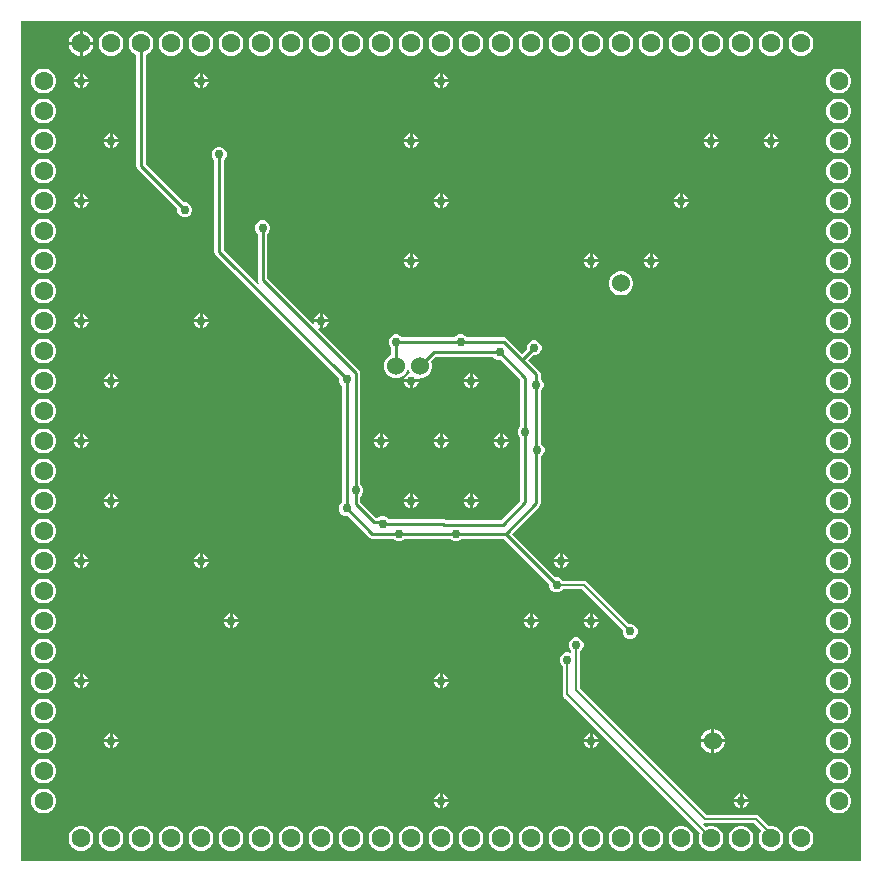
<source format=gbl>
G04*
G04 #@! TF.GenerationSoftware,Altium Limited,Altium Designer,22.1.2 (22)*
G04*
G04 Layer_Physical_Order=2*
G04 Layer_Color=16711680*
%FSLAX25Y25*%
%MOIN*%
G70*
G04*
G04 #@! TF.SameCoordinates,7EB5FEC4-0347-4BB5-A0A8-A435BEEEC189*
G04*
G04*
G04 #@! TF.FilePolarity,Positive*
G04*
G01*
G75*
%ADD13C,0.01000*%
%ADD37C,0.00800*%
%ADD38C,0.06000*%
%ADD39C,0.06299*%
%ADD40C,0.03000*%
G36*
X380000Y100000D02*
X100000D01*
Y380000D01*
X380000D01*
Y100000D01*
D02*
G37*
%LPC*%
G36*
X120546Y376650D02*
X120500D01*
Y373000D01*
X124150D01*
Y373046D01*
X123867Y374102D01*
X123320Y375048D01*
X122548Y375820D01*
X121602Y376367D01*
X120546Y376650D01*
D02*
G37*
G36*
X119500D02*
X119454D01*
X118398Y376367D01*
X117452Y375820D01*
X116680Y375048D01*
X116133Y374102D01*
X115850Y373046D01*
Y373000D01*
X119500D01*
Y376650D01*
D02*
G37*
G36*
X360546D02*
X359454D01*
X358398Y376367D01*
X357452Y375820D01*
X356680Y375048D01*
X356133Y374102D01*
X355850Y373046D01*
Y371954D01*
X356133Y370898D01*
X356680Y369952D01*
X357452Y369180D01*
X358398Y368633D01*
X359454Y368350D01*
X360546D01*
X361602Y368633D01*
X362548Y369180D01*
X363320Y369952D01*
X363867Y370898D01*
X364150Y371954D01*
Y373046D01*
X363867Y374102D01*
X363320Y375048D01*
X362548Y375820D01*
X361602Y376367D01*
X360546Y376650D01*
D02*
G37*
G36*
X350546D02*
X349454D01*
X348398Y376367D01*
X347452Y375820D01*
X346679Y375048D01*
X346133Y374102D01*
X345850Y373046D01*
Y371954D01*
X346133Y370898D01*
X346679Y369952D01*
X347452Y369180D01*
X348398Y368633D01*
X349454Y368350D01*
X350546D01*
X351602Y368633D01*
X352548Y369180D01*
X353321Y369952D01*
X353867Y370898D01*
X354150Y371954D01*
Y373046D01*
X353867Y374102D01*
X353321Y375048D01*
X352548Y375820D01*
X351602Y376367D01*
X350546Y376650D01*
D02*
G37*
G36*
X340546D02*
X339454D01*
X338398Y376367D01*
X337452Y375820D01*
X336680Y375048D01*
X336133Y374102D01*
X335850Y373046D01*
Y371954D01*
X336133Y370898D01*
X336680Y369952D01*
X337452Y369180D01*
X338398Y368633D01*
X339454Y368350D01*
X340546D01*
X341602Y368633D01*
X342548Y369180D01*
X343320Y369952D01*
X343867Y370898D01*
X344150Y371954D01*
Y373046D01*
X343867Y374102D01*
X343320Y375048D01*
X342548Y375820D01*
X341602Y376367D01*
X340546Y376650D01*
D02*
G37*
G36*
X330546D02*
X329454D01*
X328398Y376367D01*
X327452Y375820D01*
X326679Y375048D01*
X326133Y374102D01*
X325850Y373046D01*
Y371954D01*
X326133Y370898D01*
X326679Y369952D01*
X327452Y369180D01*
X328398Y368633D01*
X329454Y368350D01*
X330546D01*
X331602Y368633D01*
X332548Y369180D01*
X333320Y369952D01*
X333867Y370898D01*
X334150Y371954D01*
Y373046D01*
X333867Y374102D01*
X333320Y375048D01*
X332548Y375820D01*
X331602Y376367D01*
X330546Y376650D01*
D02*
G37*
G36*
X320546D02*
X319454D01*
X318398Y376367D01*
X317452Y375820D01*
X316680Y375048D01*
X316133Y374102D01*
X315850Y373046D01*
Y371954D01*
X316133Y370898D01*
X316680Y369952D01*
X317452Y369180D01*
X318398Y368633D01*
X319454Y368350D01*
X320546D01*
X321602Y368633D01*
X322548Y369180D01*
X323321Y369952D01*
X323867Y370898D01*
X324150Y371954D01*
Y373046D01*
X323867Y374102D01*
X323321Y375048D01*
X322548Y375820D01*
X321602Y376367D01*
X320546Y376650D01*
D02*
G37*
G36*
X310546D02*
X309454D01*
X308398Y376367D01*
X307452Y375820D01*
X306680Y375048D01*
X306133Y374102D01*
X305850Y373046D01*
Y371954D01*
X306133Y370898D01*
X306680Y369952D01*
X307452Y369180D01*
X308398Y368633D01*
X309454Y368350D01*
X310546D01*
X311602Y368633D01*
X312548Y369180D01*
X313320Y369952D01*
X313867Y370898D01*
X314150Y371954D01*
Y373046D01*
X313867Y374102D01*
X313320Y375048D01*
X312548Y375820D01*
X311602Y376367D01*
X310546Y376650D01*
D02*
G37*
G36*
X300546D02*
X299454D01*
X298398Y376367D01*
X297452Y375820D01*
X296679Y375048D01*
X296133Y374102D01*
X295850Y373046D01*
Y371954D01*
X296133Y370898D01*
X296679Y369952D01*
X297452Y369180D01*
X298398Y368633D01*
X299454Y368350D01*
X300546D01*
X301602Y368633D01*
X302548Y369180D01*
X303321Y369952D01*
X303867Y370898D01*
X304150Y371954D01*
Y373046D01*
X303867Y374102D01*
X303321Y375048D01*
X302548Y375820D01*
X301602Y376367D01*
X300546Y376650D01*
D02*
G37*
G36*
X290546D02*
X289454D01*
X288398Y376367D01*
X287452Y375820D01*
X286680Y375048D01*
X286133Y374102D01*
X285850Y373046D01*
Y371954D01*
X286133Y370898D01*
X286680Y369952D01*
X287452Y369180D01*
X288398Y368633D01*
X289454Y368350D01*
X290546D01*
X291602Y368633D01*
X292548Y369180D01*
X293320Y369952D01*
X293867Y370898D01*
X294150Y371954D01*
Y373046D01*
X293867Y374102D01*
X293320Y375048D01*
X292548Y375820D01*
X291602Y376367D01*
X290546Y376650D01*
D02*
G37*
G36*
X280546D02*
X279454D01*
X278398Y376367D01*
X277452Y375820D01*
X276679Y375048D01*
X276133Y374102D01*
X275850Y373046D01*
Y371954D01*
X276133Y370898D01*
X276679Y369952D01*
X277452Y369180D01*
X278398Y368633D01*
X279454Y368350D01*
X280546D01*
X281602Y368633D01*
X282548Y369180D01*
X283320Y369952D01*
X283867Y370898D01*
X284150Y371954D01*
Y373046D01*
X283867Y374102D01*
X283320Y375048D01*
X282548Y375820D01*
X281602Y376367D01*
X280546Y376650D01*
D02*
G37*
G36*
X270546D02*
X269454D01*
X268398Y376367D01*
X267452Y375820D01*
X266680Y375048D01*
X266133Y374102D01*
X265850Y373046D01*
Y371954D01*
X266133Y370898D01*
X266680Y369952D01*
X267452Y369180D01*
X268398Y368633D01*
X269454Y368350D01*
X270546D01*
X271602Y368633D01*
X272548Y369180D01*
X273321Y369952D01*
X273867Y370898D01*
X274150Y371954D01*
Y373046D01*
X273867Y374102D01*
X273321Y375048D01*
X272548Y375820D01*
X271602Y376367D01*
X270546Y376650D01*
D02*
G37*
G36*
X260546D02*
X259454D01*
X258398Y376367D01*
X257452Y375820D01*
X256680Y375048D01*
X256133Y374102D01*
X255850Y373046D01*
Y371954D01*
X256133Y370898D01*
X256680Y369952D01*
X257452Y369180D01*
X258398Y368633D01*
X259454Y368350D01*
X260546D01*
X261602Y368633D01*
X262548Y369180D01*
X263320Y369952D01*
X263867Y370898D01*
X264150Y371954D01*
Y373046D01*
X263867Y374102D01*
X263320Y375048D01*
X262548Y375820D01*
X261602Y376367D01*
X260546Y376650D01*
D02*
G37*
G36*
X250546D02*
X249454D01*
X248398Y376367D01*
X247452Y375820D01*
X246679Y375048D01*
X246133Y374102D01*
X245850Y373046D01*
Y371954D01*
X246133Y370898D01*
X246679Y369952D01*
X247452Y369180D01*
X248398Y368633D01*
X249454Y368350D01*
X250546D01*
X251602Y368633D01*
X252548Y369180D01*
X253321Y369952D01*
X253867Y370898D01*
X254150Y371954D01*
Y373046D01*
X253867Y374102D01*
X253321Y375048D01*
X252548Y375820D01*
X251602Y376367D01*
X250546Y376650D01*
D02*
G37*
G36*
X240546D02*
X239454D01*
X238398Y376367D01*
X237452Y375820D01*
X236680Y375048D01*
X236133Y374102D01*
X235850Y373046D01*
Y371954D01*
X236133Y370898D01*
X236680Y369952D01*
X237452Y369180D01*
X238398Y368633D01*
X239454Y368350D01*
X240546D01*
X241602Y368633D01*
X242548Y369180D01*
X243320Y369952D01*
X243867Y370898D01*
X244150Y371954D01*
Y373046D01*
X243867Y374102D01*
X243320Y375048D01*
X242548Y375820D01*
X241602Y376367D01*
X240546Y376650D01*
D02*
G37*
G36*
X230546D02*
X229454D01*
X228398Y376367D01*
X227452Y375820D01*
X226679Y375048D01*
X226133Y374102D01*
X225850Y373046D01*
Y371954D01*
X226133Y370898D01*
X226679Y369952D01*
X227452Y369180D01*
X228398Y368633D01*
X229454Y368350D01*
X230546D01*
X231602Y368633D01*
X232548Y369180D01*
X233320Y369952D01*
X233867Y370898D01*
X234150Y371954D01*
Y373046D01*
X233867Y374102D01*
X233320Y375048D01*
X232548Y375820D01*
X231602Y376367D01*
X230546Y376650D01*
D02*
G37*
G36*
X220546D02*
X219454D01*
X218398Y376367D01*
X217452Y375820D01*
X216680Y375048D01*
X216133Y374102D01*
X215850Y373046D01*
Y371954D01*
X216133Y370898D01*
X216680Y369952D01*
X217452Y369180D01*
X218398Y368633D01*
X219454Y368350D01*
X220546D01*
X221602Y368633D01*
X222548Y369180D01*
X223321Y369952D01*
X223867Y370898D01*
X224150Y371954D01*
Y373046D01*
X223867Y374102D01*
X223321Y375048D01*
X222548Y375820D01*
X221602Y376367D01*
X220546Y376650D01*
D02*
G37*
G36*
X210546D02*
X209454D01*
X208398Y376367D01*
X207452Y375820D01*
X206680Y375048D01*
X206133Y374102D01*
X205850Y373046D01*
Y371954D01*
X206133Y370898D01*
X206680Y369952D01*
X207452Y369180D01*
X208398Y368633D01*
X209454Y368350D01*
X210546D01*
X211602Y368633D01*
X212548Y369180D01*
X213320Y369952D01*
X213867Y370898D01*
X214150Y371954D01*
Y373046D01*
X213867Y374102D01*
X213320Y375048D01*
X212548Y375820D01*
X211602Y376367D01*
X210546Y376650D01*
D02*
G37*
G36*
X200546D02*
X199454D01*
X198398Y376367D01*
X197452Y375820D01*
X196679Y375048D01*
X196133Y374102D01*
X195850Y373046D01*
Y371954D01*
X196133Y370898D01*
X196679Y369952D01*
X197452Y369180D01*
X198398Y368633D01*
X199454Y368350D01*
X200546D01*
X201602Y368633D01*
X202548Y369180D01*
X203321Y369952D01*
X203867Y370898D01*
X204150Y371954D01*
Y373046D01*
X203867Y374102D01*
X203321Y375048D01*
X202548Y375820D01*
X201602Y376367D01*
X200546Y376650D01*
D02*
G37*
G36*
X190546D02*
X189454D01*
X188398Y376367D01*
X187452Y375820D01*
X186679Y375048D01*
X186133Y374102D01*
X185850Y373046D01*
Y371954D01*
X186133Y370898D01*
X186679Y369952D01*
X187452Y369180D01*
X188398Y368633D01*
X189454Y368350D01*
X190546D01*
X191602Y368633D01*
X192548Y369180D01*
X193321Y369952D01*
X193867Y370898D01*
X194150Y371954D01*
Y373046D01*
X193867Y374102D01*
X193321Y375048D01*
X192548Y375820D01*
X191602Y376367D01*
X190546Y376650D01*
D02*
G37*
G36*
X180546D02*
X179454D01*
X178398Y376367D01*
X177452Y375820D01*
X176680Y375048D01*
X176133Y374102D01*
X175850Y373046D01*
Y371954D01*
X176133Y370898D01*
X176680Y369952D01*
X177452Y369180D01*
X178398Y368633D01*
X179454Y368350D01*
X180546D01*
X181602Y368633D01*
X182548Y369180D01*
X183320Y369952D01*
X183867Y370898D01*
X184150Y371954D01*
Y373046D01*
X183867Y374102D01*
X183320Y375048D01*
X182548Y375820D01*
X181602Y376367D01*
X180546Y376650D01*
D02*
G37*
G36*
X170546D02*
X169454D01*
X168398Y376367D01*
X167452Y375820D01*
X166680Y375048D01*
X166133Y374102D01*
X165850Y373046D01*
Y371954D01*
X166133Y370898D01*
X166680Y369952D01*
X167452Y369180D01*
X168398Y368633D01*
X169454Y368350D01*
X170546D01*
X171602Y368633D01*
X172548Y369180D01*
X173320Y369952D01*
X173867Y370898D01*
X174150Y371954D01*
Y373046D01*
X173867Y374102D01*
X173320Y375048D01*
X172548Y375820D01*
X171602Y376367D01*
X170546Y376650D01*
D02*
G37*
G36*
X160546D02*
X159454D01*
X158398Y376367D01*
X157452Y375820D01*
X156679Y375048D01*
X156133Y374102D01*
X155850Y373046D01*
Y371954D01*
X156133Y370898D01*
X156679Y369952D01*
X157452Y369180D01*
X158398Y368633D01*
X159454Y368350D01*
X160546D01*
X161602Y368633D01*
X162548Y369180D01*
X163321Y369952D01*
X163867Y370898D01*
X164150Y371954D01*
Y373046D01*
X163867Y374102D01*
X163321Y375048D01*
X162548Y375820D01*
X161602Y376367D01*
X160546Y376650D01*
D02*
G37*
G36*
X150546D02*
X149454D01*
X148398Y376367D01*
X147452Y375820D01*
X146679Y375048D01*
X146133Y374102D01*
X145850Y373046D01*
Y371954D01*
X146133Y370898D01*
X146679Y369952D01*
X147452Y369180D01*
X148398Y368633D01*
X149454Y368350D01*
X150546D01*
X151602Y368633D01*
X152548Y369180D01*
X153321Y369952D01*
X153867Y370898D01*
X154150Y371954D01*
Y373046D01*
X153867Y374102D01*
X153321Y375048D01*
X152548Y375820D01*
X151602Y376367D01*
X150546Y376650D01*
D02*
G37*
G36*
X130546D02*
X129454D01*
X128398Y376367D01*
X127452Y375820D01*
X126680Y375048D01*
X126133Y374102D01*
X125850Y373046D01*
Y371954D01*
X126133Y370898D01*
X126680Y369952D01*
X127452Y369180D01*
X128398Y368633D01*
X129454Y368350D01*
X130546D01*
X131602Y368633D01*
X132548Y369180D01*
X133320Y369952D01*
X133867Y370898D01*
X134150Y371954D01*
Y373046D01*
X133867Y374102D01*
X133320Y375048D01*
X132548Y375820D01*
X131602Y376367D01*
X130546Y376650D01*
D02*
G37*
G36*
X124150Y372000D02*
X120500D01*
Y368350D01*
X120546D01*
X121602Y368633D01*
X122548Y369180D01*
X123320Y369952D01*
X123867Y370898D01*
X124150Y371954D01*
Y372000D01*
D02*
G37*
G36*
X119500D02*
X115850D01*
Y371954D01*
X116133Y370898D01*
X116680Y369952D01*
X117452Y369180D01*
X118398Y368633D01*
X119454Y368350D01*
X119500D01*
Y372000D01*
D02*
G37*
G36*
X240500Y362499D02*
Y360500D01*
X242499D01*
X242119Y361416D01*
X241416Y362119D01*
X240500Y362499D01*
D02*
G37*
G36*
X239500D02*
X238584Y362119D01*
X237881Y361416D01*
X237501Y360500D01*
X239500D01*
Y362499D01*
D02*
G37*
G36*
X160500D02*
Y360500D01*
X162499D01*
X162119Y361416D01*
X161416Y362119D01*
X160500Y362499D01*
D02*
G37*
G36*
X159500D02*
X158584Y362119D01*
X157881Y361416D01*
X157501Y360500D01*
X159500D01*
Y362499D01*
D02*
G37*
G36*
X120500D02*
Y360500D01*
X122499D01*
X122119Y361416D01*
X121416Y362119D01*
X120500Y362499D01*
D02*
G37*
G36*
X119500D02*
X118584Y362119D01*
X117881Y361416D01*
X117501Y360500D01*
X119500D01*
Y362499D01*
D02*
G37*
G36*
X242499Y359500D02*
X240500D01*
Y357501D01*
X241416Y357881D01*
X242119Y358584D01*
X242499Y359500D01*
D02*
G37*
G36*
X239500D02*
X237501D01*
X237881Y358584D01*
X238584Y357881D01*
X239500Y357501D01*
Y359500D01*
D02*
G37*
G36*
X162499D02*
X160500D01*
Y357501D01*
X161416Y357881D01*
X162119Y358584D01*
X162499Y359500D01*
D02*
G37*
G36*
X159500D02*
X157501D01*
X157881Y358584D01*
X158584Y357881D01*
X159500Y357501D01*
Y359500D01*
D02*
G37*
G36*
X122499D02*
X120500D01*
Y357501D01*
X121416Y357881D01*
X122119Y358584D01*
X122499Y359500D01*
D02*
G37*
G36*
X119500D02*
X117501D01*
X117881Y358584D01*
X118584Y357881D01*
X119500Y357501D01*
Y359500D01*
D02*
G37*
G36*
X373046Y364150D02*
X371954D01*
X370898Y363867D01*
X369952Y363320D01*
X369180Y362548D01*
X368633Y361602D01*
X368350Y360546D01*
Y359454D01*
X368633Y358398D01*
X369180Y357452D01*
X369952Y356680D01*
X370898Y356133D01*
X371954Y355850D01*
X373046D01*
X374102Y356133D01*
X375048Y356680D01*
X375820Y357452D01*
X376367Y358398D01*
X376650Y359454D01*
Y360546D01*
X376367Y361602D01*
X375820Y362548D01*
X375048Y363320D01*
X374102Y363867D01*
X373046Y364150D01*
D02*
G37*
G36*
X108046D02*
X106954D01*
X105898Y363867D01*
X104952Y363320D01*
X104180Y362548D01*
X103633Y361602D01*
X103350Y360546D01*
Y359454D01*
X103633Y358398D01*
X104180Y357452D01*
X104952Y356680D01*
X105898Y356133D01*
X106954Y355850D01*
X108046D01*
X109102Y356133D01*
X110048Y356680D01*
X110820Y357452D01*
X111367Y358398D01*
X111650Y359454D01*
Y360546D01*
X111367Y361602D01*
X110820Y362548D01*
X110048Y363320D01*
X109102Y363867D01*
X108046Y364150D01*
D02*
G37*
G36*
X373046Y354150D02*
X371954D01*
X370898Y353867D01*
X369952Y353321D01*
X369180Y352548D01*
X368633Y351602D01*
X368350Y350546D01*
Y349454D01*
X368633Y348398D01*
X369180Y347452D01*
X369952Y346679D01*
X370898Y346133D01*
X371954Y345850D01*
X373046D01*
X374102Y346133D01*
X375048Y346679D01*
X375820Y347452D01*
X376367Y348398D01*
X376650Y349454D01*
Y350546D01*
X376367Y351602D01*
X375820Y352548D01*
X375048Y353321D01*
X374102Y353867D01*
X373046Y354150D01*
D02*
G37*
G36*
X108046D02*
X106954D01*
X105898Y353867D01*
X104952Y353321D01*
X104180Y352548D01*
X103633Y351602D01*
X103350Y350546D01*
Y349454D01*
X103633Y348398D01*
X104180Y347452D01*
X104952Y346679D01*
X105898Y346133D01*
X106954Y345850D01*
X108046D01*
X109102Y346133D01*
X110048Y346679D01*
X110820Y347452D01*
X111367Y348398D01*
X111650Y349454D01*
Y350546D01*
X111367Y351602D01*
X110820Y352548D01*
X110048Y353321D01*
X109102Y353867D01*
X108046Y354150D01*
D02*
G37*
G36*
X350500Y342499D02*
Y340500D01*
X352499D01*
X352119Y341416D01*
X351416Y342119D01*
X350500Y342499D01*
D02*
G37*
G36*
X349500D02*
X348584Y342119D01*
X347881Y341416D01*
X347501Y340500D01*
X349500D01*
Y342499D01*
D02*
G37*
G36*
X330500D02*
Y340500D01*
X332499D01*
X332119Y341416D01*
X331416Y342119D01*
X330500Y342499D01*
D02*
G37*
G36*
X329500D02*
X328584Y342119D01*
X327881Y341416D01*
X327501Y340500D01*
X329500D01*
Y342499D01*
D02*
G37*
G36*
X230500D02*
Y340500D01*
X232499D01*
X232119Y341416D01*
X231416Y342119D01*
X230500Y342499D01*
D02*
G37*
G36*
X229500D02*
X228584Y342119D01*
X227881Y341416D01*
X227501Y340500D01*
X229500D01*
Y342499D01*
D02*
G37*
G36*
X130500D02*
Y340500D01*
X132499D01*
X132119Y341416D01*
X131416Y342119D01*
X130500Y342499D01*
D02*
G37*
G36*
X129500D02*
X128584Y342119D01*
X127881Y341416D01*
X127501Y340500D01*
X129500D01*
Y342499D01*
D02*
G37*
G36*
X352499Y339500D02*
X350500D01*
Y337501D01*
X351416Y337881D01*
X352119Y338584D01*
X352499Y339500D01*
D02*
G37*
G36*
X349500D02*
X347501D01*
X347881Y338584D01*
X348584Y337881D01*
X349500Y337501D01*
Y339500D01*
D02*
G37*
G36*
X332499D02*
X330500D01*
Y337501D01*
X331416Y337881D01*
X332119Y338584D01*
X332499Y339500D01*
D02*
G37*
G36*
X329500D02*
X327501D01*
X327881Y338584D01*
X328584Y337881D01*
X329500Y337501D01*
Y339500D01*
D02*
G37*
G36*
X232499D02*
X230500D01*
Y337501D01*
X231416Y337881D01*
X232119Y338584D01*
X232499Y339500D01*
D02*
G37*
G36*
X229500D02*
X227501D01*
X227881Y338584D01*
X228584Y337881D01*
X229500Y337501D01*
Y339500D01*
D02*
G37*
G36*
X132499D02*
X130500D01*
Y337501D01*
X131416Y337881D01*
X132119Y338584D01*
X132499Y339500D01*
D02*
G37*
G36*
X129500D02*
X127501D01*
X127881Y338584D01*
X128584Y337881D01*
X129500Y337501D01*
Y339500D01*
D02*
G37*
G36*
X373046Y344150D02*
X371954D01*
X370898Y343867D01*
X369952Y343320D01*
X369180Y342548D01*
X368633Y341602D01*
X368350Y340546D01*
Y339454D01*
X368633Y338398D01*
X369180Y337452D01*
X369952Y336680D01*
X370898Y336133D01*
X371954Y335850D01*
X373046D01*
X374102Y336133D01*
X375048Y336680D01*
X375820Y337452D01*
X376367Y338398D01*
X376650Y339454D01*
Y340546D01*
X376367Y341602D01*
X375820Y342548D01*
X375048Y343320D01*
X374102Y343867D01*
X373046Y344150D01*
D02*
G37*
G36*
X108046D02*
X106954D01*
X105898Y343867D01*
X104952Y343320D01*
X104180Y342548D01*
X103633Y341602D01*
X103350Y340546D01*
Y339454D01*
X103633Y338398D01*
X104180Y337452D01*
X104952Y336680D01*
X105898Y336133D01*
X106954Y335850D01*
X108046D01*
X109102Y336133D01*
X110048Y336680D01*
X110820Y337452D01*
X111367Y338398D01*
X111650Y339454D01*
Y340546D01*
X111367Y341602D01*
X110820Y342548D01*
X110048Y343320D01*
X109102Y343867D01*
X108046Y344150D01*
D02*
G37*
G36*
X373046Y334150D02*
X371954D01*
X370898Y333867D01*
X369952Y333320D01*
X369180Y332548D01*
X368633Y331602D01*
X368350Y330546D01*
Y329454D01*
X368633Y328398D01*
X369180Y327452D01*
X369952Y326679D01*
X370898Y326133D01*
X371954Y325850D01*
X373046D01*
X374102Y326133D01*
X375048Y326679D01*
X375820Y327452D01*
X376367Y328398D01*
X376650Y329454D01*
Y330546D01*
X376367Y331602D01*
X375820Y332548D01*
X375048Y333320D01*
X374102Y333867D01*
X373046Y334150D01*
D02*
G37*
G36*
X108046D02*
X106954D01*
X105898Y333867D01*
X104952Y333320D01*
X104180Y332548D01*
X103633Y331602D01*
X103350Y330546D01*
Y329454D01*
X103633Y328398D01*
X104180Y327452D01*
X104952Y326679D01*
X105898Y326133D01*
X106954Y325850D01*
X108046D01*
X109102Y326133D01*
X110048Y326679D01*
X110820Y327452D01*
X111367Y328398D01*
X111650Y329454D01*
Y330546D01*
X111367Y331602D01*
X110820Y332548D01*
X110048Y333320D01*
X109102Y333867D01*
X108046Y334150D01*
D02*
G37*
G36*
X320500Y322499D02*
Y320500D01*
X322499D01*
X322119Y321416D01*
X321416Y322119D01*
X320500Y322499D01*
D02*
G37*
G36*
X319500D02*
X318584Y322119D01*
X317881Y321416D01*
X317501Y320500D01*
X319500D01*
Y322499D01*
D02*
G37*
G36*
X240500D02*
Y320500D01*
X242499D01*
X242119Y321416D01*
X241416Y322119D01*
X240500Y322499D01*
D02*
G37*
G36*
X239500D02*
X238584Y322119D01*
X237881Y321416D01*
X237501Y320500D01*
X239500D01*
Y322499D01*
D02*
G37*
G36*
X120500D02*
Y320500D01*
X122499D01*
X122119Y321416D01*
X121416Y322119D01*
X120500Y322499D01*
D02*
G37*
G36*
X119500D02*
X118584Y322119D01*
X117881Y321416D01*
X117501Y320500D01*
X119500D01*
Y322499D01*
D02*
G37*
G36*
X322499Y319500D02*
X320500D01*
Y317501D01*
X321416Y317881D01*
X322119Y318584D01*
X322499Y319500D01*
D02*
G37*
G36*
X319500D02*
X317501D01*
X317881Y318584D01*
X318584Y317881D01*
X319500Y317501D01*
Y319500D01*
D02*
G37*
G36*
X242499D02*
X240500D01*
Y317501D01*
X241416Y317881D01*
X242119Y318584D01*
X242499Y319500D01*
D02*
G37*
G36*
X239500D02*
X237501D01*
X237881Y318584D01*
X238584Y317881D01*
X239500Y317501D01*
Y319500D01*
D02*
G37*
G36*
X122499D02*
X120500D01*
Y317501D01*
X121416Y317881D01*
X122119Y318584D01*
X122499Y319500D01*
D02*
G37*
G36*
X119500D02*
X117501D01*
X117881Y318584D01*
X118584Y317881D01*
X119500Y317501D01*
Y319500D01*
D02*
G37*
G36*
X373046Y324150D02*
X371954D01*
X370898Y323867D01*
X369952Y323321D01*
X369180Y322548D01*
X368633Y321602D01*
X368350Y320546D01*
Y319454D01*
X368633Y318398D01*
X369180Y317452D01*
X369952Y316680D01*
X370898Y316133D01*
X371954Y315850D01*
X373046D01*
X374102Y316133D01*
X375048Y316680D01*
X375820Y317452D01*
X376367Y318398D01*
X376650Y319454D01*
Y320546D01*
X376367Y321602D01*
X375820Y322548D01*
X375048Y323321D01*
X374102Y323867D01*
X373046Y324150D01*
D02*
G37*
G36*
X108046D02*
X106954D01*
X105898Y323867D01*
X104952Y323321D01*
X104180Y322548D01*
X103633Y321602D01*
X103350Y320546D01*
Y319454D01*
X103633Y318398D01*
X104180Y317452D01*
X104952Y316680D01*
X105898Y316133D01*
X106954Y315850D01*
X108046D01*
X109102Y316133D01*
X110048Y316680D01*
X110820Y317452D01*
X111367Y318398D01*
X111650Y319454D01*
Y320546D01*
X111367Y321602D01*
X110820Y322548D01*
X110048Y323321D01*
X109102Y323867D01*
X108046Y324150D01*
D02*
G37*
G36*
X140546Y376650D02*
X139454D01*
X138398Y376367D01*
X137452Y375820D01*
X136679Y375048D01*
X136133Y374102D01*
X135850Y373046D01*
Y371954D01*
X136133Y370898D01*
X136679Y369952D01*
X137452Y369180D01*
X138398Y368633D01*
X138471Y368614D01*
Y331607D01*
X138587Y331021D01*
X138919Y330525D01*
X152107Y317337D01*
Y316503D01*
X152487Y315584D01*
X153191Y314881D01*
X154109Y314500D01*
X155104D01*
X156023Y314881D01*
X156726Y315584D01*
X157107Y316503D01*
Y317497D01*
X156726Y318416D01*
X156023Y319119D01*
X155104Y319500D01*
X154270D01*
X141529Y332240D01*
Y368614D01*
X141602Y368633D01*
X142548Y369180D01*
X143321Y369952D01*
X143867Y370898D01*
X144150Y371954D01*
Y373046D01*
X143867Y374102D01*
X143321Y375048D01*
X142548Y375820D01*
X141602Y376367D01*
X140546Y376650D01*
D02*
G37*
G36*
X373046Y314150D02*
X371954D01*
X370898Y313867D01*
X369952Y313320D01*
X369180Y312548D01*
X368633Y311602D01*
X368350Y310546D01*
Y309454D01*
X368633Y308398D01*
X369180Y307452D01*
X369952Y306680D01*
X370898Y306133D01*
X371954Y305850D01*
X373046D01*
X374102Y306133D01*
X375048Y306680D01*
X375820Y307452D01*
X376367Y308398D01*
X376650Y309454D01*
Y310546D01*
X376367Y311602D01*
X375820Y312548D01*
X375048Y313320D01*
X374102Y313867D01*
X373046Y314150D01*
D02*
G37*
G36*
X108046D02*
X106954D01*
X105898Y313867D01*
X104952Y313320D01*
X104180Y312548D01*
X103633Y311602D01*
X103350Y310546D01*
Y309454D01*
X103633Y308398D01*
X104180Y307452D01*
X104952Y306680D01*
X105898Y306133D01*
X106954Y305850D01*
X108046D01*
X109102Y306133D01*
X110048Y306680D01*
X110820Y307452D01*
X111367Y308398D01*
X111650Y309454D01*
Y310546D01*
X111367Y311602D01*
X110820Y312548D01*
X110048Y313320D01*
X109102Y313867D01*
X108046Y314150D01*
D02*
G37*
G36*
X310500Y302499D02*
Y300500D01*
X312499D01*
X312119Y301416D01*
X311416Y302119D01*
X310500Y302499D01*
D02*
G37*
G36*
X309500D02*
X308584Y302119D01*
X307881Y301416D01*
X307501Y300500D01*
X309500D01*
Y302499D01*
D02*
G37*
G36*
X290500D02*
Y300500D01*
X292499D01*
X292119Y301416D01*
X291416Y302119D01*
X290500Y302499D01*
D02*
G37*
G36*
X289500D02*
X288584Y302119D01*
X287881Y301416D01*
X287501Y300500D01*
X289500D01*
Y302499D01*
D02*
G37*
G36*
X230500D02*
Y300500D01*
X232499D01*
X232119Y301416D01*
X231416Y302119D01*
X230500Y302499D01*
D02*
G37*
G36*
X229500D02*
X228584Y302119D01*
X227881Y301416D01*
X227501Y300500D01*
X229500D01*
Y302499D01*
D02*
G37*
G36*
X312499Y299500D02*
X310500D01*
Y297501D01*
X311416Y297881D01*
X312119Y298584D01*
X312499Y299500D01*
D02*
G37*
G36*
X309500D02*
X307501D01*
X307881Y298584D01*
X308584Y297881D01*
X309500Y297501D01*
Y299500D01*
D02*
G37*
G36*
X292499D02*
X290500D01*
Y297501D01*
X291416Y297881D01*
X292119Y298584D01*
X292499Y299500D01*
D02*
G37*
G36*
X289500D02*
X287501D01*
X287881Y298584D01*
X288584Y297881D01*
X289500Y297501D01*
Y299500D01*
D02*
G37*
G36*
X232499D02*
X230500D01*
Y297501D01*
X231416Y297881D01*
X232119Y298584D01*
X232499Y299500D01*
D02*
G37*
G36*
X229500D02*
X227501D01*
X227881Y298584D01*
X228584Y297881D01*
X229500Y297501D01*
Y299500D01*
D02*
G37*
G36*
X373046Y304150D02*
X371954D01*
X370898Y303867D01*
X369952Y303321D01*
X369180Y302548D01*
X368633Y301602D01*
X368350Y300546D01*
Y299454D01*
X368633Y298398D01*
X369180Y297452D01*
X369952Y296679D01*
X370898Y296133D01*
X371954Y295850D01*
X373046D01*
X374102Y296133D01*
X375048Y296679D01*
X375820Y297452D01*
X376367Y298398D01*
X376650Y299454D01*
Y300546D01*
X376367Y301602D01*
X375820Y302548D01*
X375048Y303321D01*
X374102Y303867D01*
X373046Y304150D01*
D02*
G37*
G36*
X108046D02*
X106954D01*
X105898Y303867D01*
X104952Y303321D01*
X104180Y302548D01*
X103633Y301602D01*
X103350Y300546D01*
Y299454D01*
X103633Y298398D01*
X104180Y297452D01*
X104952Y296679D01*
X105898Y296133D01*
X106954Y295850D01*
X108046D01*
X109102Y296133D01*
X110048Y296679D01*
X110820Y297452D01*
X111367Y298398D01*
X111650Y299454D01*
Y300546D01*
X111367Y301602D01*
X110820Y302548D01*
X110048Y303321D01*
X109102Y303867D01*
X108046Y304150D01*
D02*
G37*
G36*
X300527Y296500D02*
X299473D01*
X298456Y296227D01*
X297544Y295701D01*
X296799Y294956D01*
X296273Y294044D01*
X296000Y293027D01*
Y291973D01*
X296273Y290956D01*
X296799Y290044D01*
X297544Y289299D01*
X298456Y288773D01*
X299473Y288500D01*
X300527D01*
X301544Y288773D01*
X302456Y289299D01*
X303201Y290044D01*
X303727Y290956D01*
X304000Y291973D01*
Y293027D01*
X303727Y294044D01*
X303201Y294956D01*
X302456Y295701D01*
X301544Y296227D01*
X300527Y296500D01*
D02*
G37*
G36*
X373046Y294150D02*
X371954D01*
X370898Y293867D01*
X369952Y293320D01*
X369180Y292548D01*
X368633Y291602D01*
X368350Y290546D01*
Y289454D01*
X368633Y288398D01*
X369180Y287452D01*
X369952Y286680D01*
X370898Y286133D01*
X371954Y285850D01*
X373046D01*
X374102Y286133D01*
X375048Y286680D01*
X375820Y287452D01*
X376367Y288398D01*
X376650Y289454D01*
Y290546D01*
X376367Y291602D01*
X375820Y292548D01*
X375048Y293320D01*
X374102Y293867D01*
X373046Y294150D01*
D02*
G37*
G36*
X108046D02*
X106954D01*
X105898Y293867D01*
X104952Y293320D01*
X104180Y292548D01*
X103633Y291602D01*
X103350Y290546D01*
Y289454D01*
X103633Y288398D01*
X104180Y287452D01*
X104952Y286680D01*
X105898Y286133D01*
X106954Y285850D01*
X108046D01*
X109102Y286133D01*
X110048Y286680D01*
X110820Y287452D01*
X111367Y288398D01*
X111650Y289454D01*
Y290546D01*
X111367Y291602D01*
X110820Y292548D01*
X110048Y293320D01*
X109102Y293867D01*
X108046Y294150D01*
D02*
G37*
G36*
X200500Y282499D02*
Y280500D01*
X202499D01*
X202119Y281416D01*
X201416Y282119D01*
X200500Y282499D01*
D02*
G37*
G36*
X199500D02*
X198584Y282119D01*
X197881Y281416D01*
X197501Y280500D01*
X199500D01*
Y282499D01*
D02*
G37*
G36*
X160500D02*
Y280500D01*
X162499D01*
X162119Y281416D01*
X161416Y282119D01*
X160500Y282499D01*
D02*
G37*
G36*
X159500D02*
X158584Y282119D01*
X157881Y281416D01*
X157501Y280500D01*
X159500D01*
Y282499D01*
D02*
G37*
G36*
X120500D02*
Y280500D01*
X122499D01*
X122119Y281416D01*
X121416Y282119D01*
X120500Y282499D01*
D02*
G37*
G36*
X119500D02*
X118584Y282119D01*
X117881Y281416D01*
X117501Y280500D01*
X119500D01*
Y282499D01*
D02*
G37*
G36*
X202499Y279500D02*
X200500D01*
Y277501D01*
X201416Y277881D01*
X202119Y278584D01*
X202499Y279500D01*
D02*
G37*
G36*
X166497Y338000D02*
X165503D01*
X164584Y337619D01*
X163881Y336916D01*
X163500Y335997D01*
Y335003D01*
X163881Y334084D01*
X164471Y333494D01*
Y303000D01*
X164587Y302415D01*
X164919Y301919D01*
X206000Y260837D01*
Y260003D01*
X206381Y259084D01*
X206971Y258494D01*
Y219506D01*
X206381Y218916D01*
X206000Y217997D01*
Y217003D01*
X206381Y216084D01*
X207084Y215381D01*
X208003Y215000D01*
X208837D01*
X215919Y207919D01*
X216415Y207587D01*
X217000Y207471D01*
X223994D01*
X224584Y206881D01*
X225503Y206500D01*
X226497D01*
X227416Y206881D01*
X228006Y207471D01*
X242994D01*
X243584Y206881D01*
X244503Y206500D01*
X245497D01*
X246416Y206881D01*
X247006Y207471D01*
X260866D01*
X276000Y192337D01*
Y191503D01*
X276381Y190584D01*
X277084Y189881D01*
X278003Y189500D01*
X278997D01*
X279916Y189881D01*
X280608Y190573D01*
X286909D01*
X300500Y176981D01*
Y176003D01*
X300881Y175084D01*
X301584Y174381D01*
X302503Y174000D01*
X303497D01*
X304416Y174381D01*
X305119Y175084D01*
X305500Y176003D01*
Y176997D01*
X305119Y177916D01*
X304416Y178619D01*
X303497Y179000D01*
X302519D01*
X288509Y193009D01*
X288046Y193319D01*
X287500Y193427D01*
X287500Y193427D01*
X280608D01*
X279916Y194119D01*
X278997Y194500D01*
X278163D01*
X263663Y209000D01*
X272774Y218111D01*
X273106Y218608D01*
X273222Y219193D01*
Y234800D01*
X273416Y234881D01*
X274119Y235584D01*
X274500Y236503D01*
Y237497D01*
X274119Y238416D01*
X273416Y239119D01*
X273222Y239200D01*
Y256687D01*
X273812Y257277D01*
X274193Y258196D01*
Y259190D01*
X273812Y260109D01*
X273222Y260699D01*
Y262307D01*
X273106Y262892D01*
X272774Y263388D01*
X269163Y267000D01*
X270663Y268500D01*
X271497D01*
X272416Y268881D01*
X273119Y269584D01*
X273500Y270503D01*
Y271497D01*
X273119Y272416D01*
X272416Y273119D01*
X271497Y273500D01*
X270503D01*
X269584Y273119D01*
X268881Y272416D01*
X268500Y271497D01*
Y270663D01*
X267000Y269163D01*
X262081Y274081D01*
X261585Y274413D01*
X261000Y274529D01*
X248506D01*
X247916Y275119D01*
X246997Y275500D01*
X246003D01*
X245084Y275119D01*
X244494Y274529D01*
X227006D01*
X226416Y275119D01*
X225497Y275500D01*
X224503D01*
X223584Y275119D01*
X222881Y274416D01*
X222500Y273497D01*
Y272503D01*
X222881Y271584D01*
X223471Y270994D01*
Y268731D01*
X223456Y268727D01*
X222544Y268201D01*
X221799Y267456D01*
X221273Y266544D01*
X221000Y265527D01*
Y264473D01*
X221273Y263456D01*
X221799Y262544D01*
X222544Y261799D01*
X223456Y261273D01*
X224473Y261000D01*
X225527D01*
X226544Y261273D01*
X227456Y261799D01*
X228201Y262544D01*
X228727Y263456D01*
X228750Y263540D01*
X229250D01*
X229273Y263456D01*
X229536Y263000D01*
X229529Y262902D01*
X229296Y262415D01*
X228584Y262119D01*
X227881Y261416D01*
X227501Y260500D01*
X232499D01*
X232833Y261000D01*
X233527D01*
X234544Y261273D01*
X235456Y261799D01*
X236201Y262544D01*
X236727Y263456D01*
X237000Y264473D01*
Y265527D01*
X236727Y266544D01*
X236720Y266557D01*
X238134Y267971D01*
X257494D01*
X258084Y267381D01*
X259003Y267000D01*
X259837D01*
X266471Y260367D01*
Y245006D01*
X265881Y244416D01*
X265500Y243497D01*
Y242503D01*
X265881Y241584D01*
X266471Y240994D01*
Y220133D01*
X259866Y213529D01*
X241653D01*
X241603Y213579D01*
X241107Y213910D01*
X240522Y214027D01*
X222506D01*
X221916Y214617D01*
X220997Y214997D01*
X220003D01*
X219084Y214617D01*
X218877Y214409D01*
X218253D01*
X213029Y219634D01*
Y221494D01*
X213619Y222084D01*
X214000Y223003D01*
Y223997D01*
X213619Y224916D01*
X213029Y225506D01*
Y262500D01*
X212913Y263085D01*
X212581Y263581D01*
X198993Y277170D01*
X199276Y277594D01*
X199500Y277501D01*
Y279500D01*
X197501D01*
X197594Y279276D01*
X197170Y278993D01*
X182029Y294133D01*
Y308994D01*
X182619Y309584D01*
X183000Y310503D01*
Y311497D01*
X182619Y312416D01*
X181916Y313119D01*
X180997Y313500D01*
X180003D01*
X179084Y313119D01*
X178381Y312416D01*
X178000Y311497D01*
Y310503D01*
X178381Y309584D01*
X178971Y308994D01*
Y293500D01*
X179087Y292915D01*
X179352Y292518D01*
X178964Y292199D01*
X167529Y303633D01*
Y333494D01*
X168119Y334084D01*
X168500Y335003D01*
Y335997D01*
X168119Y336916D01*
X167416Y337619D01*
X166497Y338000D01*
D02*
G37*
G36*
X162499Y279500D02*
X160500D01*
Y277501D01*
X161416Y277881D01*
X162119Y278584D01*
X162499Y279500D01*
D02*
G37*
G36*
X159500D02*
X157501D01*
X157881Y278584D01*
X158584Y277881D01*
X159500Y277501D01*
Y279500D01*
D02*
G37*
G36*
X122499D02*
X120500D01*
Y277501D01*
X121416Y277881D01*
X122119Y278584D01*
X122499Y279500D01*
D02*
G37*
G36*
X119500D02*
X117501D01*
X117881Y278584D01*
X118584Y277881D01*
X119500Y277501D01*
Y279500D01*
D02*
G37*
G36*
X373046Y284150D02*
X371954D01*
X370898Y283867D01*
X369952Y283320D01*
X369180Y282548D01*
X368633Y281602D01*
X368350Y280546D01*
Y279454D01*
X368633Y278398D01*
X369180Y277452D01*
X369952Y276679D01*
X370898Y276133D01*
X371954Y275850D01*
X373046D01*
X374102Y276133D01*
X375048Y276679D01*
X375820Y277452D01*
X376367Y278398D01*
X376650Y279454D01*
Y280546D01*
X376367Y281602D01*
X375820Y282548D01*
X375048Y283320D01*
X374102Y283867D01*
X373046Y284150D01*
D02*
G37*
G36*
X108046D02*
X106954D01*
X105898Y283867D01*
X104952Y283320D01*
X104180Y282548D01*
X103633Y281602D01*
X103350Y280546D01*
Y279454D01*
X103633Y278398D01*
X104180Y277452D01*
X104952Y276679D01*
X105898Y276133D01*
X106954Y275850D01*
X108046D01*
X109102Y276133D01*
X110048Y276679D01*
X110820Y277452D01*
X111367Y278398D01*
X111650Y279454D01*
Y280546D01*
X111367Y281602D01*
X110820Y282548D01*
X110048Y283320D01*
X109102Y283867D01*
X108046Y284150D01*
D02*
G37*
G36*
X373046Y274150D02*
X371954D01*
X370898Y273867D01*
X369952Y273321D01*
X369180Y272548D01*
X368633Y271602D01*
X368350Y270546D01*
Y269454D01*
X368633Y268398D01*
X369180Y267452D01*
X369952Y266680D01*
X370898Y266133D01*
X371954Y265850D01*
X373046D01*
X374102Y266133D01*
X375048Y266680D01*
X375820Y267452D01*
X376367Y268398D01*
X376650Y269454D01*
Y270546D01*
X376367Y271602D01*
X375820Y272548D01*
X375048Y273321D01*
X374102Y273867D01*
X373046Y274150D01*
D02*
G37*
G36*
X108046D02*
X106954D01*
X105898Y273867D01*
X104952Y273321D01*
X104180Y272548D01*
X103633Y271602D01*
X103350Y270546D01*
Y269454D01*
X103633Y268398D01*
X104180Y267452D01*
X104952Y266680D01*
X105898Y266133D01*
X106954Y265850D01*
X108046D01*
X109102Y266133D01*
X110048Y266680D01*
X110820Y267452D01*
X111367Y268398D01*
X111650Y269454D01*
Y270546D01*
X111367Y271602D01*
X110820Y272548D01*
X110048Y273321D01*
X109102Y273867D01*
X108046Y274150D01*
D02*
G37*
G36*
X250500Y262499D02*
Y260500D01*
X252499D01*
X252119Y261416D01*
X251416Y262119D01*
X250500Y262499D01*
D02*
G37*
G36*
X249500D02*
X248584Y262119D01*
X247881Y261416D01*
X247501Y260500D01*
X249500D01*
Y262499D01*
D02*
G37*
G36*
X130500D02*
Y260500D01*
X132499D01*
X132119Y261416D01*
X131416Y262119D01*
X130500Y262499D01*
D02*
G37*
G36*
X129500D02*
X128584Y262119D01*
X127881Y261416D01*
X127501Y260500D01*
X129500D01*
Y262499D01*
D02*
G37*
G36*
X252499Y259500D02*
X250500D01*
Y257501D01*
X251416Y257881D01*
X252119Y258584D01*
X252499Y259500D01*
D02*
G37*
G36*
X249500D02*
X247501D01*
X247881Y258584D01*
X248584Y257881D01*
X249500Y257501D01*
Y259500D01*
D02*
G37*
G36*
X232499D02*
X230500D01*
Y257501D01*
X231416Y257881D01*
X232119Y258584D01*
X232499Y259500D01*
D02*
G37*
G36*
X229500D02*
X227501D01*
X227881Y258584D01*
X228584Y257881D01*
X229500Y257501D01*
Y259500D01*
D02*
G37*
G36*
X132499D02*
X130500D01*
Y257501D01*
X131416Y257881D01*
X132119Y258584D01*
X132499Y259500D01*
D02*
G37*
G36*
X129500D02*
X127501D01*
X127881Y258584D01*
X128584Y257881D01*
X129500Y257501D01*
Y259500D01*
D02*
G37*
G36*
X373046Y264150D02*
X371954D01*
X370898Y263867D01*
X369952Y263320D01*
X369180Y262548D01*
X368633Y261602D01*
X368350Y260546D01*
Y259454D01*
X368633Y258398D01*
X369180Y257452D01*
X369952Y256680D01*
X370898Y256133D01*
X371954Y255850D01*
X373046D01*
X374102Y256133D01*
X375048Y256680D01*
X375820Y257452D01*
X376367Y258398D01*
X376650Y259454D01*
Y260546D01*
X376367Y261602D01*
X375820Y262548D01*
X375048Y263320D01*
X374102Y263867D01*
X373046Y264150D01*
D02*
G37*
G36*
X108046D02*
X106954D01*
X105898Y263867D01*
X104952Y263320D01*
X104180Y262548D01*
X103633Y261602D01*
X103350Y260546D01*
Y259454D01*
X103633Y258398D01*
X104180Y257452D01*
X104952Y256680D01*
X105898Y256133D01*
X106954Y255850D01*
X108046D01*
X109102Y256133D01*
X110048Y256680D01*
X110820Y257452D01*
X111367Y258398D01*
X111650Y259454D01*
Y260546D01*
X111367Y261602D01*
X110820Y262548D01*
X110048Y263320D01*
X109102Y263867D01*
X108046Y264150D01*
D02*
G37*
G36*
X373046Y254150D02*
X371954D01*
X370898Y253867D01*
X369952Y253321D01*
X369180Y252548D01*
X368633Y251602D01*
X368350Y250546D01*
Y249454D01*
X368633Y248398D01*
X369180Y247452D01*
X369952Y246679D01*
X370898Y246133D01*
X371954Y245850D01*
X373046D01*
X374102Y246133D01*
X375048Y246679D01*
X375820Y247452D01*
X376367Y248398D01*
X376650Y249454D01*
Y250546D01*
X376367Y251602D01*
X375820Y252548D01*
X375048Y253321D01*
X374102Y253867D01*
X373046Y254150D01*
D02*
G37*
G36*
X108046D02*
X106954D01*
X105898Y253867D01*
X104952Y253321D01*
X104180Y252548D01*
X103633Y251602D01*
X103350Y250546D01*
Y249454D01*
X103633Y248398D01*
X104180Y247452D01*
X104952Y246679D01*
X105898Y246133D01*
X106954Y245850D01*
X108046D01*
X109102Y246133D01*
X110048Y246679D01*
X110820Y247452D01*
X111367Y248398D01*
X111650Y249454D01*
Y250546D01*
X111367Y251602D01*
X110820Y252548D01*
X110048Y253321D01*
X109102Y253867D01*
X108046Y254150D01*
D02*
G37*
G36*
X260500Y242499D02*
Y240500D01*
X262499D01*
X262119Y241416D01*
X261416Y242119D01*
X260500Y242499D01*
D02*
G37*
G36*
X259500D02*
X258584Y242119D01*
X257881Y241416D01*
X257501Y240500D01*
X259500D01*
Y242499D01*
D02*
G37*
G36*
X240500D02*
Y240500D01*
X242499D01*
X242119Y241416D01*
X241416Y242119D01*
X240500Y242499D01*
D02*
G37*
G36*
X239500D02*
X238584Y242119D01*
X237881Y241416D01*
X237501Y240500D01*
X239500D01*
Y242499D01*
D02*
G37*
G36*
X220500D02*
Y240500D01*
X222499D01*
X222119Y241416D01*
X221416Y242119D01*
X220500Y242499D01*
D02*
G37*
G36*
X219500D02*
X218584Y242119D01*
X217881Y241416D01*
X217501Y240500D01*
X219500D01*
Y242499D01*
D02*
G37*
G36*
X120500D02*
Y240500D01*
X122499D01*
X122119Y241416D01*
X121416Y242119D01*
X120500Y242499D01*
D02*
G37*
G36*
X119500D02*
X118584Y242119D01*
X117881Y241416D01*
X117501Y240500D01*
X119500D01*
Y242499D01*
D02*
G37*
G36*
X262499Y239500D02*
X260500D01*
Y237501D01*
X261416Y237881D01*
X262119Y238584D01*
X262499Y239500D01*
D02*
G37*
G36*
X259500D02*
X257501D01*
X257881Y238584D01*
X258584Y237881D01*
X259500Y237501D01*
Y239500D01*
D02*
G37*
G36*
X242499D02*
X240500D01*
Y237501D01*
X241416Y237881D01*
X242119Y238584D01*
X242499Y239500D01*
D02*
G37*
G36*
X239500D02*
X237501D01*
X237881Y238584D01*
X238584Y237881D01*
X239500Y237501D01*
Y239500D01*
D02*
G37*
G36*
X222499D02*
X220500D01*
Y237501D01*
X221416Y237881D01*
X222119Y238584D01*
X222499Y239500D01*
D02*
G37*
G36*
X219500D02*
X217501D01*
X217881Y238584D01*
X218584Y237881D01*
X219500Y237501D01*
Y239500D01*
D02*
G37*
G36*
X122499D02*
X120500D01*
Y237501D01*
X121416Y237881D01*
X122119Y238584D01*
X122499Y239500D01*
D02*
G37*
G36*
X119500D02*
X117501D01*
X117881Y238584D01*
X118584Y237881D01*
X119500Y237501D01*
Y239500D01*
D02*
G37*
G36*
X373046Y244150D02*
X371954D01*
X370898Y243867D01*
X369952Y243320D01*
X369180Y242548D01*
X368633Y241602D01*
X368350Y240546D01*
Y239454D01*
X368633Y238398D01*
X369180Y237452D01*
X369952Y236680D01*
X370898Y236133D01*
X371954Y235850D01*
X373046D01*
X374102Y236133D01*
X375048Y236680D01*
X375820Y237452D01*
X376367Y238398D01*
X376650Y239454D01*
Y240546D01*
X376367Y241602D01*
X375820Y242548D01*
X375048Y243320D01*
X374102Y243867D01*
X373046Y244150D01*
D02*
G37*
G36*
X108046D02*
X106954D01*
X105898Y243867D01*
X104952Y243320D01*
X104180Y242548D01*
X103633Y241602D01*
X103350Y240546D01*
Y239454D01*
X103633Y238398D01*
X104180Y237452D01*
X104952Y236680D01*
X105898Y236133D01*
X106954Y235850D01*
X108046D01*
X109102Y236133D01*
X110048Y236680D01*
X110820Y237452D01*
X111367Y238398D01*
X111650Y239454D01*
Y240546D01*
X111367Y241602D01*
X110820Y242548D01*
X110048Y243320D01*
X109102Y243867D01*
X108046Y244150D01*
D02*
G37*
G36*
X373046Y234150D02*
X371954D01*
X370898Y233867D01*
X369952Y233320D01*
X369180Y232548D01*
X368633Y231602D01*
X368350Y230546D01*
Y229454D01*
X368633Y228398D01*
X369180Y227452D01*
X369952Y226679D01*
X370898Y226133D01*
X371954Y225850D01*
X373046D01*
X374102Y226133D01*
X375048Y226679D01*
X375820Y227452D01*
X376367Y228398D01*
X376650Y229454D01*
Y230546D01*
X376367Y231602D01*
X375820Y232548D01*
X375048Y233320D01*
X374102Y233867D01*
X373046Y234150D01*
D02*
G37*
G36*
X108046D02*
X106954D01*
X105898Y233867D01*
X104952Y233320D01*
X104180Y232548D01*
X103633Y231602D01*
X103350Y230546D01*
Y229454D01*
X103633Y228398D01*
X104180Y227452D01*
X104952Y226679D01*
X105898Y226133D01*
X106954Y225850D01*
X108046D01*
X109102Y226133D01*
X110048Y226679D01*
X110820Y227452D01*
X111367Y228398D01*
X111650Y229454D01*
Y230546D01*
X111367Y231602D01*
X110820Y232548D01*
X110048Y233320D01*
X109102Y233867D01*
X108046Y234150D01*
D02*
G37*
G36*
X250500Y222499D02*
Y220500D01*
X252499D01*
X252119Y221416D01*
X251416Y222119D01*
X250500Y222499D01*
D02*
G37*
G36*
X249500D02*
X248584Y222119D01*
X247881Y221416D01*
X247501Y220500D01*
X249500D01*
Y222499D01*
D02*
G37*
G36*
X230500D02*
Y220500D01*
X232499D01*
X232119Y221416D01*
X231416Y222119D01*
X230500Y222499D01*
D02*
G37*
G36*
X229500D02*
X228584Y222119D01*
X227881Y221416D01*
X227501Y220500D01*
X229500D01*
Y222499D01*
D02*
G37*
G36*
X130500D02*
Y220500D01*
X132499D01*
X132119Y221416D01*
X131416Y222119D01*
X130500Y222499D01*
D02*
G37*
G36*
X129500D02*
X128584Y222119D01*
X127881Y221416D01*
X127501Y220500D01*
X129500D01*
Y222499D01*
D02*
G37*
G36*
X252499Y219500D02*
X250500D01*
Y217501D01*
X251416Y217881D01*
X252119Y218584D01*
X252499Y219500D01*
D02*
G37*
G36*
X249500D02*
X247501D01*
X247881Y218584D01*
X248584Y217881D01*
X249500Y217501D01*
Y219500D01*
D02*
G37*
G36*
X232499D02*
X230500D01*
Y217501D01*
X231416Y217881D01*
X232119Y218584D01*
X232499Y219500D01*
D02*
G37*
G36*
X229500D02*
X227501D01*
X227881Y218584D01*
X228584Y217881D01*
X229500Y217501D01*
Y219500D01*
D02*
G37*
G36*
X132499D02*
X130500D01*
Y217501D01*
X131416Y217881D01*
X132119Y218584D01*
X132499Y219500D01*
D02*
G37*
G36*
X129500D02*
X127501D01*
X127881Y218584D01*
X128584Y217881D01*
X129500Y217501D01*
Y219500D01*
D02*
G37*
G36*
X373046Y224150D02*
X371954D01*
X370898Y223867D01*
X369952Y223321D01*
X369180Y222548D01*
X368633Y221602D01*
X368350Y220546D01*
Y219454D01*
X368633Y218398D01*
X369180Y217452D01*
X369952Y216680D01*
X370898Y216133D01*
X371954Y215850D01*
X373046D01*
X374102Y216133D01*
X375048Y216680D01*
X375820Y217452D01*
X376367Y218398D01*
X376650Y219454D01*
Y220546D01*
X376367Y221602D01*
X375820Y222548D01*
X375048Y223321D01*
X374102Y223867D01*
X373046Y224150D01*
D02*
G37*
G36*
X108046D02*
X106954D01*
X105898Y223867D01*
X104952Y223321D01*
X104180Y222548D01*
X103633Y221602D01*
X103350Y220546D01*
Y219454D01*
X103633Y218398D01*
X104180Y217452D01*
X104952Y216680D01*
X105898Y216133D01*
X106954Y215850D01*
X108046D01*
X109102Y216133D01*
X110048Y216680D01*
X110820Y217452D01*
X111367Y218398D01*
X111650Y219454D01*
Y220546D01*
X111367Y221602D01*
X110820Y222548D01*
X110048Y223321D01*
X109102Y223867D01*
X108046Y224150D01*
D02*
G37*
G36*
X373046Y214150D02*
X371954D01*
X370898Y213867D01*
X369952Y213320D01*
X369180Y212548D01*
X368633Y211602D01*
X368350Y210546D01*
Y209454D01*
X368633Y208398D01*
X369180Y207452D01*
X369952Y206680D01*
X370898Y206133D01*
X371954Y205850D01*
X373046D01*
X374102Y206133D01*
X375048Y206680D01*
X375820Y207452D01*
X376367Y208398D01*
X376650Y209454D01*
Y210546D01*
X376367Y211602D01*
X375820Y212548D01*
X375048Y213320D01*
X374102Y213867D01*
X373046Y214150D01*
D02*
G37*
G36*
X108046D02*
X106954D01*
X105898Y213867D01*
X104952Y213320D01*
X104180Y212548D01*
X103633Y211602D01*
X103350Y210546D01*
Y209454D01*
X103633Y208398D01*
X104180Y207452D01*
X104952Y206680D01*
X105898Y206133D01*
X106954Y205850D01*
X108046D01*
X109102Y206133D01*
X110048Y206680D01*
X110820Y207452D01*
X111367Y208398D01*
X111650Y209454D01*
Y210546D01*
X111367Y211602D01*
X110820Y212548D01*
X110048Y213320D01*
X109102Y213867D01*
X108046Y214150D01*
D02*
G37*
G36*
X280500Y202499D02*
Y200500D01*
X282499D01*
X282119Y201416D01*
X281416Y202119D01*
X280500Y202499D01*
D02*
G37*
G36*
X279500D02*
X278584Y202119D01*
X277881Y201416D01*
X277501Y200500D01*
X279500D01*
Y202499D01*
D02*
G37*
G36*
X160500D02*
Y200500D01*
X162499D01*
X162119Y201416D01*
X161416Y202119D01*
X160500Y202499D01*
D02*
G37*
G36*
X159500D02*
X158584Y202119D01*
X157881Y201416D01*
X157501Y200500D01*
X159500D01*
Y202499D01*
D02*
G37*
G36*
X120500D02*
Y200500D01*
X122499D01*
X122119Y201416D01*
X121416Y202119D01*
X120500Y202499D01*
D02*
G37*
G36*
X119500D02*
X118584Y202119D01*
X117881Y201416D01*
X117501Y200500D01*
X119500D01*
Y202499D01*
D02*
G37*
G36*
X282499Y199500D02*
X280500D01*
Y197501D01*
X281416Y197881D01*
X282119Y198584D01*
X282499Y199500D01*
D02*
G37*
G36*
X279500D02*
X277501D01*
X277881Y198584D01*
X278584Y197881D01*
X279500Y197501D01*
Y199500D01*
D02*
G37*
G36*
X162499D02*
X160500D01*
Y197501D01*
X161416Y197881D01*
X162119Y198584D01*
X162499Y199500D01*
D02*
G37*
G36*
X159500D02*
X157501D01*
X157881Y198584D01*
X158584Y197881D01*
X159500Y197501D01*
Y199500D01*
D02*
G37*
G36*
X122499D02*
X120500D01*
Y197501D01*
X121416Y197881D01*
X122119Y198584D01*
X122499Y199500D01*
D02*
G37*
G36*
X119500D02*
X117501D01*
X117881Y198584D01*
X118584Y197881D01*
X119500Y197501D01*
Y199500D01*
D02*
G37*
G36*
X373046Y204150D02*
X371954D01*
X370898Y203867D01*
X369952Y203321D01*
X369180Y202548D01*
X368633Y201602D01*
X368350Y200546D01*
Y199454D01*
X368633Y198398D01*
X369180Y197452D01*
X369952Y196679D01*
X370898Y196133D01*
X371954Y195850D01*
X373046D01*
X374102Y196133D01*
X375048Y196679D01*
X375820Y197452D01*
X376367Y198398D01*
X376650Y199454D01*
Y200546D01*
X376367Y201602D01*
X375820Y202548D01*
X375048Y203321D01*
X374102Y203867D01*
X373046Y204150D01*
D02*
G37*
G36*
X108046D02*
X106954D01*
X105898Y203867D01*
X104952Y203321D01*
X104180Y202548D01*
X103633Y201602D01*
X103350Y200546D01*
Y199454D01*
X103633Y198398D01*
X104180Y197452D01*
X104952Y196679D01*
X105898Y196133D01*
X106954Y195850D01*
X108046D01*
X109102Y196133D01*
X110048Y196679D01*
X110820Y197452D01*
X111367Y198398D01*
X111650Y199454D01*
Y200546D01*
X111367Y201602D01*
X110820Y202548D01*
X110048Y203321D01*
X109102Y203867D01*
X108046Y204150D01*
D02*
G37*
G36*
X373046Y194150D02*
X371954D01*
X370898Y193867D01*
X369952Y193321D01*
X369180Y192548D01*
X368633Y191602D01*
X368350Y190546D01*
Y189454D01*
X368633Y188398D01*
X369180Y187452D01*
X369952Y186679D01*
X370898Y186133D01*
X371954Y185850D01*
X373046D01*
X374102Y186133D01*
X375048Y186679D01*
X375820Y187452D01*
X376367Y188398D01*
X376650Y189454D01*
Y190546D01*
X376367Y191602D01*
X375820Y192548D01*
X375048Y193321D01*
X374102Y193867D01*
X373046Y194150D01*
D02*
G37*
G36*
X108046D02*
X106954D01*
X105898Y193867D01*
X104952Y193321D01*
X104180Y192548D01*
X103633Y191602D01*
X103350Y190546D01*
Y189454D01*
X103633Y188398D01*
X104180Y187452D01*
X104952Y186679D01*
X105898Y186133D01*
X106954Y185850D01*
X108046D01*
X109102Y186133D01*
X110048Y186679D01*
X110820Y187452D01*
X111367Y188398D01*
X111650Y189454D01*
Y190546D01*
X111367Y191602D01*
X110820Y192548D01*
X110048Y193321D01*
X109102Y193867D01*
X108046Y194150D01*
D02*
G37*
G36*
X290500Y182499D02*
Y180500D01*
X292499D01*
X292119Y181416D01*
X291416Y182119D01*
X290500Y182499D01*
D02*
G37*
G36*
X289500D02*
X288584Y182119D01*
X287881Y181416D01*
X287501Y180500D01*
X289500D01*
Y182499D01*
D02*
G37*
G36*
X270500D02*
Y180500D01*
X272499D01*
X272119Y181416D01*
X271416Y182119D01*
X270500Y182499D01*
D02*
G37*
G36*
X269500D02*
X268584Y182119D01*
X267881Y181416D01*
X267501Y180500D01*
X269500D01*
Y182499D01*
D02*
G37*
G36*
X170500D02*
Y180500D01*
X172499D01*
X172119Y181416D01*
X171416Y182119D01*
X170500Y182499D01*
D02*
G37*
G36*
X169500D02*
X168584Y182119D01*
X167881Y181416D01*
X167501Y180500D01*
X169500D01*
Y182499D01*
D02*
G37*
G36*
X292499Y179500D02*
X290500D01*
Y177501D01*
X291416Y177881D01*
X292119Y178584D01*
X292499Y179500D01*
D02*
G37*
G36*
X289500D02*
X287501D01*
X287881Y178584D01*
X288584Y177881D01*
X289500Y177501D01*
Y179500D01*
D02*
G37*
G36*
X272499D02*
X270500D01*
Y177501D01*
X271416Y177881D01*
X272119Y178584D01*
X272499Y179500D01*
D02*
G37*
G36*
X269500D02*
X267501D01*
X267881Y178584D01*
X268584Y177881D01*
X269500Y177501D01*
Y179500D01*
D02*
G37*
G36*
X172499D02*
X170500D01*
Y177501D01*
X171416Y177881D01*
X172119Y178584D01*
X172499Y179500D01*
D02*
G37*
G36*
X169500D02*
X167501D01*
X167881Y178584D01*
X168584Y177881D01*
X169500Y177501D01*
Y179500D01*
D02*
G37*
G36*
X373046Y184150D02*
X371954D01*
X370898Y183867D01*
X369952Y183320D01*
X369180Y182548D01*
X368633Y181602D01*
X368350Y180546D01*
Y179454D01*
X368633Y178398D01*
X369180Y177452D01*
X369952Y176680D01*
X370898Y176133D01*
X371954Y175850D01*
X373046D01*
X374102Y176133D01*
X375048Y176680D01*
X375820Y177452D01*
X376367Y178398D01*
X376650Y179454D01*
Y180546D01*
X376367Y181602D01*
X375820Y182548D01*
X375048Y183320D01*
X374102Y183867D01*
X373046Y184150D01*
D02*
G37*
G36*
X108046D02*
X106954D01*
X105898Y183867D01*
X104952Y183320D01*
X104180Y182548D01*
X103633Y181602D01*
X103350Y180546D01*
Y179454D01*
X103633Y178398D01*
X104180Y177452D01*
X104952Y176680D01*
X105898Y176133D01*
X106954Y175850D01*
X108046D01*
X109102Y176133D01*
X110048Y176680D01*
X110820Y177452D01*
X111367Y178398D01*
X111650Y179454D01*
Y180546D01*
X111367Y181602D01*
X110820Y182548D01*
X110048Y183320D01*
X109102Y183867D01*
X108046Y184150D01*
D02*
G37*
G36*
X285497Y174500D02*
X284503D01*
X283584Y174119D01*
X282881Y173416D01*
X282500Y172497D01*
Y171503D01*
X282881Y170584D01*
X283427Y170038D01*
X283394Y169594D01*
X282950Y169313D01*
X282497Y169500D01*
X281503D01*
X280584Y169119D01*
X279881Y168416D01*
X279500Y167497D01*
Y166503D01*
X279881Y165584D01*
X280573Y164892D01*
Y155500D01*
X280573Y155500D01*
X280681Y154954D01*
X280991Y154491D01*
X326223Y109258D01*
X326133Y109102D01*
X325850Y108046D01*
Y106954D01*
X326133Y105898D01*
X326679Y104952D01*
X327452Y104180D01*
X328398Y103633D01*
X329454Y103350D01*
X330546D01*
X331602Y103633D01*
X332548Y104180D01*
X333320Y104952D01*
X333867Y105898D01*
X334150Y106954D01*
Y108046D01*
X333867Y109102D01*
X333320Y110048D01*
X332548Y110820D01*
X331602Y111367D01*
X330546Y111650D01*
X329454D01*
X328398Y111367D01*
X328242Y111277D01*
X327272Y112246D01*
X327276Y112255D01*
X327567Y112659D01*
X328000Y112573D01*
X344409D01*
X346806Y110175D01*
X346679Y110048D01*
X346133Y109102D01*
X345850Y108046D01*
Y106954D01*
X346133Y105898D01*
X346679Y104952D01*
X347452Y104180D01*
X348398Y103633D01*
X349454Y103350D01*
X350546D01*
X351602Y103633D01*
X352548Y104180D01*
X353321Y104952D01*
X353867Y105898D01*
X354150Y106954D01*
Y108046D01*
X353867Y109102D01*
X353321Y110048D01*
X352548Y110820D01*
X351602Y111367D01*
X350546Y111650D01*
X349454D01*
X349387Y111632D01*
X346009Y115009D01*
X345546Y115319D01*
X345000Y115427D01*
X345000Y115427D01*
X328591D01*
X286427Y157591D01*
Y169892D01*
X287119Y170584D01*
X287500Y171503D01*
Y172497D01*
X287119Y173416D01*
X286416Y174119D01*
X285497Y174500D01*
D02*
G37*
G36*
X373046Y174150D02*
X371954D01*
X370898Y173867D01*
X369952Y173320D01*
X369180Y172548D01*
X368633Y171602D01*
X368350Y170546D01*
Y169454D01*
X368633Y168398D01*
X369180Y167452D01*
X369952Y166680D01*
X370898Y166133D01*
X371954Y165850D01*
X373046D01*
X374102Y166133D01*
X375048Y166680D01*
X375820Y167452D01*
X376367Y168398D01*
X376650Y169454D01*
Y170546D01*
X376367Y171602D01*
X375820Y172548D01*
X375048Y173320D01*
X374102Y173867D01*
X373046Y174150D01*
D02*
G37*
G36*
X108046D02*
X106954D01*
X105898Y173867D01*
X104952Y173320D01*
X104180Y172548D01*
X103633Y171602D01*
X103350Y170546D01*
Y169454D01*
X103633Y168398D01*
X104180Y167452D01*
X104952Y166680D01*
X105898Y166133D01*
X106954Y165850D01*
X108046D01*
X109102Y166133D01*
X110048Y166680D01*
X110820Y167452D01*
X111367Y168398D01*
X111650Y169454D01*
Y170546D01*
X111367Y171602D01*
X110820Y172548D01*
X110048Y173320D01*
X109102Y173867D01*
X108046Y174150D01*
D02*
G37*
G36*
X240500Y162499D02*
Y160500D01*
X242499D01*
X242119Y161416D01*
X241416Y162119D01*
X240500Y162499D01*
D02*
G37*
G36*
X239500D02*
X238584Y162119D01*
X237881Y161416D01*
X237501Y160500D01*
X239500D01*
Y162499D01*
D02*
G37*
G36*
X120500D02*
Y160500D01*
X122499D01*
X122119Y161416D01*
X121416Y162119D01*
X120500Y162499D01*
D02*
G37*
G36*
X119500D02*
X118584Y162119D01*
X117881Y161416D01*
X117501Y160500D01*
X119500D01*
Y162499D01*
D02*
G37*
G36*
X242499Y159500D02*
X240500D01*
Y157501D01*
X241416Y157881D01*
X242119Y158584D01*
X242499Y159500D01*
D02*
G37*
G36*
X239500D02*
X237501D01*
X237881Y158584D01*
X238584Y157881D01*
X239500Y157501D01*
Y159500D01*
D02*
G37*
G36*
X122499D02*
X120500D01*
Y157501D01*
X121416Y157881D01*
X122119Y158584D01*
X122499Y159500D01*
D02*
G37*
G36*
X119500D02*
X117501D01*
X117881Y158584D01*
X118584Y157881D01*
X119500Y157501D01*
Y159500D01*
D02*
G37*
G36*
X373046Y164150D02*
X371954D01*
X370898Y163867D01*
X369952Y163321D01*
X369180Y162548D01*
X368633Y161602D01*
X368350Y160546D01*
Y159454D01*
X368633Y158398D01*
X369180Y157452D01*
X369952Y156679D01*
X370898Y156133D01*
X371954Y155850D01*
X373046D01*
X374102Y156133D01*
X375048Y156679D01*
X375820Y157452D01*
X376367Y158398D01*
X376650Y159454D01*
Y160546D01*
X376367Y161602D01*
X375820Y162548D01*
X375048Y163321D01*
X374102Y163867D01*
X373046Y164150D01*
D02*
G37*
G36*
X108046D02*
X106954D01*
X105898Y163867D01*
X104952Y163321D01*
X104180Y162548D01*
X103633Y161602D01*
X103350Y160546D01*
Y159454D01*
X103633Y158398D01*
X104180Y157452D01*
X104952Y156679D01*
X105898Y156133D01*
X106954Y155850D01*
X108046D01*
X109102Y156133D01*
X110048Y156679D01*
X110820Y157452D01*
X111367Y158398D01*
X111650Y159454D01*
Y160546D01*
X111367Y161602D01*
X110820Y162548D01*
X110048Y163321D01*
X109102Y163867D01*
X108046Y164150D01*
D02*
G37*
G36*
X373046Y154150D02*
X371954D01*
X370898Y153867D01*
X369952Y153321D01*
X369180Y152548D01*
X368633Y151602D01*
X368350Y150546D01*
Y149454D01*
X368633Y148398D01*
X369180Y147452D01*
X369952Y146679D01*
X370898Y146133D01*
X371954Y145850D01*
X373046D01*
X374102Y146133D01*
X375048Y146679D01*
X375820Y147452D01*
X376367Y148398D01*
X376650Y149454D01*
Y150546D01*
X376367Y151602D01*
X375820Y152548D01*
X375048Y153321D01*
X374102Y153867D01*
X373046Y154150D01*
D02*
G37*
G36*
X108046D02*
X106954D01*
X105898Y153867D01*
X104952Y153321D01*
X104180Y152548D01*
X103633Y151602D01*
X103350Y150546D01*
Y149454D01*
X103633Y148398D01*
X104180Y147452D01*
X104952Y146679D01*
X105898Y146133D01*
X106954Y145850D01*
X108046D01*
X109102Y146133D01*
X110048Y146679D01*
X110820Y147452D01*
X111367Y148398D01*
X111650Y149454D01*
Y150546D01*
X111367Y151602D01*
X110820Y152548D01*
X110048Y153321D01*
X109102Y153867D01*
X108046Y154150D01*
D02*
G37*
G36*
X331027Y144000D02*
X331000D01*
Y140500D01*
X334500D01*
Y140527D01*
X334227Y141544D01*
X333701Y142456D01*
X332956Y143201D01*
X332044Y143727D01*
X331027Y144000D01*
D02*
G37*
G36*
X330000D02*
X329973D01*
X328956Y143727D01*
X328044Y143201D01*
X327299Y142456D01*
X326773Y141544D01*
X326500Y140527D01*
Y140500D01*
X330000D01*
Y144000D01*
D02*
G37*
G36*
X290500Y142499D02*
Y140500D01*
X292499D01*
X292119Y141416D01*
X291416Y142119D01*
X290500Y142499D01*
D02*
G37*
G36*
X289500D02*
X288584Y142119D01*
X287881Y141416D01*
X287501Y140500D01*
X289500D01*
Y142499D01*
D02*
G37*
G36*
X130500D02*
Y140500D01*
X132499D01*
X132119Y141416D01*
X131416Y142119D01*
X130500Y142499D01*
D02*
G37*
G36*
X129500D02*
X128584Y142119D01*
X127881Y141416D01*
X127501Y140500D01*
X129500D01*
Y142499D01*
D02*
G37*
G36*
X292499Y139500D02*
X290500D01*
Y137501D01*
X291416Y137881D01*
X292119Y138584D01*
X292499Y139500D01*
D02*
G37*
G36*
X289500D02*
X287501D01*
X287881Y138584D01*
X288584Y137881D01*
X289500Y137501D01*
Y139500D01*
D02*
G37*
G36*
X132499D02*
X130500D01*
Y137501D01*
X131416Y137881D01*
X132119Y138584D01*
X132499Y139500D01*
D02*
G37*
G36*
X129500D02*
X127501D01*
X127881Y138584D01*
X128584Y137881D01*
X129500Y137501D01*
Y139500D01*
D02*
G37*
G36*
X334500D02*
X331000D01*
Y136000D01*
X331027D01*
X332044Y136273D01*
X332956Y136799D01*
X333701Y137544D01*
X334227Y138456D01*
X334500Y139473D01*
Y139500D01*
D02*
G37*
G36*
X330000D02*
X326500D01*
Y139473D01*
X326773Y138456D01*
X327299Y137544D01*
X328044Y136799D01*
X328956Y136273D01*
X329973Y136000D01*
X330000D01*
Y139500D01*
D02*
G37*
G36*
X373046Y144150D02*
X371954D01*
X370898Y143867D01*
X369952Y143321D01*
X369180Y142548D01*
X368633Y141602D01*
X368350Y140546D01*
Y139454D01*
X368633Y138398D01*
X369180Y137452D01*
X369952Y136679D01*
X370898Y136133D01*
X371954Y135850D01*
X373046D01*
X374102Y136133D01*
X375048Y136679D01*
X375820Y137452D01*
X376367Y138398D01*
X376650Y139454D01*
Y140546D01*
X376367Y141602D01*
X375820Y142548D01*
X375048Y143321D01*
X374102Y143867D01*
X373046Y144150D01*
D02*
G37*
G36*
X108046D02*
X106954D01*
X105898Y143867D01*
X104952Y143321D01*
X104180Y142548D01*
X103633Y141602D01*
X103350Y140546D01*
Y139454D01*
X103633Y138398D01*
X104180Y137452D01*
X104952Y136679D01*
X105898Y136133D01*
X106954Y135850D01*
X108046D01*
X109102Y136133D01*
X110048Y136679D01*
X110820Y137452D01*
X111367Y138398D01*
X111650Y139454D01*
Y140546D01*
X111367Y141602D01*
X110820Y142548D01*
X110048Y143321D01*
X109102Y143867D01*
X108046Y144150D01*
D02*
G37*
G36*
X373046Y134150D02*
X371954D01*
X370898Y133867D01*
X369952Y133320D01*
X369180Y132548D01*
X368633Y131602D01*
X368350Y130546D01*
Y129454D01*
X368633Y128398D01*
X369180Y127452D01*
X369952Y126680D01*
X370898Y126133D01*
X371954Y125850D01*
X373046D01*
X374102Y126133D01*
X375048Y126680D01*
X375820Y127452D01*
X376367Y128398D01*
X376650Y129454D01*
Y130546D01*
X376367Y131602D01*
X375820Y132548D01*
X375048Y133320D01*
X374102Y133867D01*
X373046Y134150D01*
D02*
G37*
G36*
X108046D02*
X106954D01*
X105898Y133867D01*
X104952Y133320D01*
X104180Y132548D01*
X103633Y131602D01*
X103350Y130546D01*
Y129454D01*
X103633Y128398D01*
X104180Y127452D01*
X104952Y126680D01*
X105898Y126133D01*
X106954Y125850D01*
X108046D01*
X109102Y126133D01*
X110048Y126680D01*
X110820Y127452D01*
X111367Y128398D01*
X111650Y129454D01*
Y130546D01*
X111367Y131602D01*
X110820Y132548D01*
X110048Y133320D01*
X109102Y133867D01*
X108046Y134150D01*
D02*
G37*
G36*
X340500Y122499D02*
Y120500D01*
X342499D01*
X342119Y121416D01*
X341416Y122119D01*
X340500Y122499D01*
D02*
G37*
G36*
X339500D02*
X338584Y122119D01*
X337881Y121416D01*
X337501Y120500D01*
X339500D01*
Y122499D01*
D02*
G37*
G36*
X240500D02*
Y120500D01*
X242499D01*
X242119Y121416D01*
X241416Y122119D01*
X240500Y122499D01*
D02*
G37*
G36*
X239500D02*
X238584Y122119D01*
X237881Y121416D01*
X237501Y120500D01*
X239500D01*
Y122499D01*
D02*
G37*
G36*
X342499Y119500D02*
X340500D01*
Y117501D01*
X341416Y117881D01*
X342119Y118584D01*
X342499Y119500D01*
D02*
G37*
G36*
X339500D02*
X337501D01*
X337881Y118584D01*
X338584Y117881D01*
X339500Y117501D01*
Y119500D01*
D02*
G37*
G36*
X242499D02*
X240500D01*
Y117501D01*
X241416Y117881D01*
X242119Y118584D01*
X242499Y119500D01*
D02*
G37*
G36*
X239500D02*
X237501D01*
X237881Y118584D01*
X238584Y117881D01*
X239500Y117501D01*
Y119500D01*
D02*
G37*
G36*
X373046Y124150D02*
X371954D01*
X370898Y123867D01*
X369952Y123320D01*
X369180Y122548D01*
X368633Y121602D01*
X368350Y120546D01*
Y119454D01*
X368633Y118398D01*
X369180Y117452D01*
X369952Y116680D01*
X370898Y116133D01*
X371954Y115850D01*
X373046D01*
X374102Y116133D01*
X375048Y116680D01*
X375820Y117452D01*
X376367Y118398D01*
X376650Y119454D01*
Y120546D01*
X376367Y121602D01*
X375820Y122548D01*
X375048Y123320D01*
X374102Y123867D01*
X373046Y124150D01*
D02*
G37*
G36*
X108046D02*
X106954D01*
X105898Y123867D01*
X104952Y123320D01*
X104180Y122548D01*
X103633Y121602D01*
X103350Y120546D01*
Y119454D01*
X103633Y118398D01*
X104180Y117452D01*
X104952Y116680D01*
X105898Y116133D01*
X106954Y115850D01*
X108046D01*
X109102Y116133D01*
X110048Y116680D01*
X110820Y117452D01*
X111367Y118398D01*
X111650Y119454D01*
Y120546D01*
X111367Y121602D01*
X110820Y122548D01*
X110048Y123320D01*
X109102Y123867D01*
X108046Y124150D01*
D02*
G37*
G36*
X360546Y111650D02*
X359454D01*
X358398Y111367D01*
X357452Y110820D01*
X356680Y110048D01*
X356133Y109102D01*
X355850Y108046D01*
Y106954D01*
X356133Y105898D01*
X356680Y104952D01*
X357452Y104180D01*
X358398Y103633D01*
X359454Y103350D01*
X360546D01*
X361602Y103633D01*
X362548Y104180D01*
X363320Y104952D01*
X363867Y105898D01*
X364150Y106954D01*
Y108046D01*
X363867Y109102D01*
X363320Y110048D01*
X362548Y110820D01*
X361602Y111367D01*
X360546Y111650D01*
D02*
G37*
G36*
X340546D02*
X339454D01*
X338398Y111367D01*
X337452Y110820D01*
X336680Y110048D01*
X336133Y109102D01*
X335850Y108046D01*
Y106954D01*
X336133Y105898D01*
X336680Y104952D01*
X337452Y104180D01*
X338398Y103633D01*
X339454Y103350D01*
X340546D01*
X341602Y103633D01*
X342548Y104180D01*
X343320Y104952D01*
X343867Y105898D01*
X344150Y106954D01*
Y108046D01*
X343867Y109102D01*
X343320Y110048D01*
X342548Y110820D01*
X341602Y111367D01*
X340546Y111650D01*
D02*
G37*
G36*
X320546D02*
X319454D01*
X318398Y111367D01*
X317452Y110820D01*
X316680Y110048D01*
X316133Y109102D01*
X315850Y108046D01*
Y106954D01*
X316133Y105898D01*
X316680Y104952D01*
X317452Y104180D01*
X318398Y103633D01*
X319454Y103350D01*
X320546D01*
X321602Y103633D01*
X322548Y104180D01*
X323321Y104952D01*
X323867Y105898D01*
X324150Y106954D01*
Y108046D01*
X323867Y109102D01*
X323321Y110048D01*
X322548Y110820D01*
X321602Y111367D01*
X320546Y111650D01*
D02*
G37*
G36*
X310546D02*
X309454D01*
X308398Y111367D01*
X307452Y110820D01*
X306680Y110048D01*
X306133Y109102D01*
X305850Y108046D01*
Y106954D01*
X306133Y105898D01*
X306680Y104952D01*
X307452Y104180D01*
X308398Y103633D01*
X309454Y103350D01*
X310546D01*
X311602Y103633D01*
X312548Y104180D01*
X313320Y104952D01*
X313867Y105898D01*
X314150Y106954D01*
Y108046D01*
X313867Y109102D01*
X313320Y110048D01*
X312548Y110820D01*
X311602Y111367D01*
X310546Y111650D01*
D02*
G37*
G36*
X300546D02*
X299454D01*
X298398Y111367D01*
X297452Y110820D01*
X296679Y110048D01*
X296133Y109102D01*
X295850Y108046D01*
Y106954D01*
X296133Y105898D01*
X296679Y104952D01*
X297452Y104180D01*
X298398Y103633D01*
X299454Y103350D01*
X300546D01*
X301602Y103633D01*
X302548Y104180D01*
X303321Y104952D01*
X303867Y105898D01*
X304150Y106954D01*
Y108046D01*
X303867Y109102D01*
X303321Y110048D01*
X302548Y110820D01*
X301602Y111367D01*
X300546Y111650D01*
D02*
G37*
G36*
X290546D02*
X289454D01*
X288398Y111367D01*
X287452Y110820D01*
X286680Y110048D01*
X286133Y109102D01*
X285850Y108046D01*
Y106954D01*
X286133Y105898D01*
X286680Y104952D01*
X287452Y104180D01*
X288398Y103633D01*
X289454Y103350D01*
X290546D01*
X291602Y103633D01*
X292548Y104180D01*
X293320Y104952D01*
X293867Y105898D01*
X294150Y106954D01*
Y108046D01*
X293867Y109102D01*
X293320Y110048D01*
X292548Y110820D01*
X291602Y111367D01*
X290546Y111650D01*
D02*
G37*
G36*
X280546D02*
X279454D01*
X278398Y111367D01*
X277452Y110820D01*
X276679Y110048D01*
X276133Y109102D01*
X275850Y108046D01*
Y106954D01*
X276133Y105898D01*
X276679Y104952D01*
X277452Y104180D01*
X278398Y103633D01*
X279454Y103350D01*
X280546D01*
X281602Y103633D01*
X282548Y104180D01*
X283320Y104952D01*
X283867Y105898D01*
X284150Y106954D01*
Y108046D01*
X283867Y109102D01*
X283320Y110048D01*
X282548Y110820D01*
X281602Y111367D01*
X280546Y111650D01*
D02*
G37*
G36*
X270546D02*
X269454D01*
X268398Y111367D01*
X267452Y110820D01*
X266680Y110048D01*
X266133Y109102D01*
X265850Y108046D01*
Y106954D01*
X266133Y105898D01*
X266680Y104952D01*
X267452Y104180D01*
X268398Y103633D01*
X269454Y103350D01*
X270546D01*
X271602Y103633D01*
X272548Y104180D01*
X273321Y104952D01*
X273867Y105898D01*
X274150Y106954D01*
Y108046D01*
X273867Y109102D01*
X273321Y110048D01*
X272548Y110820D01*
X271602Y111367D01*
X270546Y111650D01*
D02*
G37*
G36*
X260546D02*
X259454D01*
X258398Y111367D01*
X257452Y110820D01*
X256680Y110048D01*
X256133Y109102D01*
X255850Y108046D01*
Y106954D01*
X256133Y105898D01*
X256680Y104952D01*
X257452Y104180D01*
X258398Y103633D01*
X259454Y103350D01*
X260546D01*
X261602Y103633D01*
X262548Y104180D01*
X263320Y104952D01*
X263867Y105898D01*
X264150Y106954D01*
Y108046D01*
X263867Y109102D01*
X263320Y110048D01*
X262548Y110820D01*
X261602Y111367D01*
X260546Y111650D01*
D02*
G37*
G36*
X250546D02*
X249454D01*
X248398Y111367D01*
X247452Y110820D01*
X246679Y110048D01*
X246133Y109102D01*
X245850Y108046D01*
Y106954D01*
X246133Y105898D01*
X246679Y104952D01*
X247452Y104180D01*
X248398Y103633D01*
X249454Y103350D01*
X250546D01*
X251602Y103633D01*
X252548Y104180D01*
X253321Y104952D01*
X253867Y105898D01*
X254150Y106954D01*
Y108046D01*
X253867Y109102D01*
X253321Y110048D01*
X252548Y110820D01*
X251602Y111367D01*
X250546Y111650D01*
D02*
G37*
G36*
X240546D02*
X239454D01*
X238398Y111367D01*
X237452Y110820D01*
X236680Y110048D01*
X236133Y109102D01*
X235850Y108046D01*
Y106954D01*
X236133Y105898D01*
X236680Y104952D01*
X237452Y104180D01*
X238398Y103633D01*
X239454Y103350D01*
X240546D01*
X241602Y103633D01*
X242548Y104180D01*
X243320Y104952D01*
X243867Y105898D01*
X244150Y106954D01*
Y108046D01*
X243867Y109102D01*
X243320Y110048D01*
X242548Y110820D01*
X241602Y111367D01*
X240546Y111650D01*
D02*
G37*
G36*
X230546D02*
X229454D01*
X228398Y111367D01*
X227452Y110820D01*
X226679Y110048D01*
X226133Y109102D01*
X225850Y108046D01*
Y106954D01*
X226133Y105898D01*
X226679Y104952D01*
X227452Y104180D01*
X228398Y103633D01*
X229454Y103350D01*
X230546D01*
X231602Y103633D01*
X232548Y104180D01*
X233320Y104952D01*
X233867Y105898D01*
X234150Y106954D01*
Y108046D01*
X233867Y109102D01*
X233320Y110048D01*
X232548Y110820D01*
X231602Y111367D01*
X230546Y111650D01*
D02*
G37*
G36*
X220546D02*
X219454D01*
X218398Y111367D01*
X217452Y110820D01*
X216680Y110048D01*
X216133Y109102D01*
X215850Y108046D01*
Y106954D01*
X216133Y105898D01*
X216680Y104952D01*
X217452Y104180D01*
X218398Y103633D01*
X219454Y103350D01*
X220546D01*
X221602Y103633D01*
X222548Y104180D01*
X223321Y104952D01*
X223867Y105898D01*
X224150Y106954D01*
Y108046D01*
X223867Y109102D01*
X223321Y110048D01*
X222548Y110820D01*
X221602Y111367D01*
X220546Y111650D01*
D02*
G37*
G36*
X210546D02*
X209454D01*
X208398Y111367D01*
X207452Y110820D01*
X206680Y110048D01*
X206133Y109102D01*
X205850Y108046D01*
Y106954D01*
X206133Y105898D01*
X206680Y104952D01*
X207452Y104180D01*
X208398Y103633D01*
X209454Y103350D01*
X210546D01*
X211602Y103633D01*
X212548Y104180D01*
X213320Y104952D01*
X213867Y105898D01*
X214150Y106954D01*
Y108046D01*
X213867Y109102D01*
X213320Y110048D01*
X212548Y110820D01*
X211602Y111367D01*
X210546Y111650D01*
D02*
G37*
G36*
X200546D02*
X199454D01*
X198398Y111367D01*
X197452Y110820D01*
X196679Y110048D01*
X196133Y109102D01*
X195850Y108046D01*
Y106954D01*
X196133Y105898D01*
X196679Y104952D01*
X197452Y104180D01*
X198398Y103633D01*
X199454Y103350D01*
X200546D01*
X201602Y103633D01*
X202548Y104180D01*
X203321Y104952D01*
X203867Y105898D01*
X204150Y106954D01*
Y108046D01*
X203867Y109102D01*
X203321Y110048D01*
X202548Y110820D01*
X201602Y111367D01*
X200546Y111650D01*
D02*
G37*
G36*
X190546D02*
X189454D01*
X188398Y111367D01*
X187452Y110820D01*
X186679Y110048D01*
X186133Y109102D01*
X185850Y108046D01*
Y106954D01*
X186133Y105898D01*
X186679Y104952D01*
X187452Y104180D01*
X188398Y103633D01*
X189454Y103350D01*
X190546D01*
X191602Y103633D01*
X192548Y104180D01*
X193321Y104952D01*
X193867Y105898D01*
X194150Y106954D01*
Y108046D01*
X193867Y109102D01*
X193321Y110048D01*
X192548Y110820D01*
X191602Y111367D01*
X190546Y111650D01*
D02*
G37*
G36*
X180546D02*
X179454D01*
X178398Y111367D01*
X177452Y110820D01*
X176680Y110048D01*
X176133Y109102D01*
X175850Y108046D01*
Y106954D01*
X176133Y105898D01*
X176680Y104952D01*
X177452Y104180D01*
X178398Y103633D01*
X179454Y103350D01*
X180546D01*
X181602Y103633D01*
X182548Y104180D01*
X183320Y104952D01*
X183867Y105898D01*
X184150Y106954D01*
Y108046D01*
X183867Y109102D01*
X183320Y110048D01*
X182548Y110820D01*
X181602Y111367D01*
X180546Y111650D01*
D02*
G37*
G36*
X170546D02*
X169454D01*
X168398Y111367D01*
X167452Y110820D01*
X166680Y110048D01*
X166133Y109102D01*
X165850Y108046D01*
Y106954D01*
X166133Y105898D01*
X166680Y104952D01*
X167452Y104180D01*
X168398Y103633D01*
X169454Y103350D01*
X170546D01*
X171602Y103633D01*
X172548Y104180D01*
X173320Y104952D01*
X173867Y105898D01*
X174150Y106954D01*
Y108046D01*
X173867Y109102D01*
X173320Y110048D01*
X172548Y110820D01*
X171602Y111367D01*
X170546Y111650D01*
D02*
G37*
G36*
X160546D02*
X159454D01*
X158398Y111367D01*
X157452Y110820D01*
X156679Y110048D01*
X156133Y109102D01*
X155850Y108046D01*
Y106954D01*
X156133Y105898D01*
X156679Y104952D01*
X157452Y104180D01*
X158398Y103633D01*
X159454Y103350D01*
X160546D01*
X161602Y103633D01*
X162548Y104180D01*
X163321Y104952D01*
X163867Y105898D01*
X164150Y106954D01*
Y108046D01*
X163867Y109102D01*
X163321Y110048D01*
X162548Y110820D01*
X161602Y111367D01*
X160546Y111650D01*
D02*
G37*
G36*
X150546D02*
X149454D01*
X148398Y111367D01*
X147452Y110820D01*
X146679Y110048D01*
X146133Y109102D01*
X145850Y108046D01*
Y106954D01*
X146133Y105898D01*
X146679Y104952D01*
X147452Y104180D01*
X148398Y103633D01*
X149454Y103350D01*
X150546D01*
X151602Y103633D01*
X152548Y104180D01*
X153321Y104952D01*
X153867Y105898D01*
X154150Y106954D01*
Y108046D01*
X153867Y109102D01*
X153321Y110048D01*
X152548Y110820D01*
X151602Y111367D01*
X150546Y111650D01*
D02*
G37*
G36*
X140546D02*
X139454D01*
X138398Y111367D01*
X137452Y110820D01*
X136679Y110048D01*
X136133Y109102D01*
X135850Y108046D01*
Y106954D01*
X136133Y105898D01*
X136679Y104952D01*
X137452Y104180D01*
X138398Y103633D01*
X139454Y103350D01*
X140546D01*
X141602Y103633D01*
X142548Y104180D01*
X143321Y104952D01*
X143867Y105898D01*
X144150Y106954D01*
Y108046D01*
X143867Y109102D01*
X143321Y110048D01*
X142548Y110820D01*
X141602Y111367D01*
X140546Y111650D01*
D02*
G37*
G36*
X130546D02*
X129454D01*
X128398Y111367D01*
X127452Y110820D01*
X126680Y110048D01*
X126133Y109102D01*
X125850Y108046D01*
Y106954D01*
X126133Y105898D01*
X126680Y104952D01*
X127452Y104180D01*
X128398Y103633D01*
X129454Y103350D01*
X130546D01*
X131602Y103633D01*
X132548Y104180D01*
X133320Y104952D01*
X133867Y105898D01*
X134150Y106954D01*
Y108046D01*
X133867Y109102D01*
X133320Y110048D01*
X132548Y110820D01*
X131602Y111367D01*
X130546Y111650D01*
D02*
G37*
G36*
X120546D02*
X119454D01*
X118398Y111367D01*
X117452Y110820D01*
X116680Y110048D01*
X116133Y109102D01*
X115850Y108046D01*
Y106954D01*
X116133Y105898D01*
X116680Y104952D01*
X117452Y104180D01*
X118398Y103633D01*
X119454Y103350D01*
X120546D01*
X121602Y103633D01*
X122548Y104180D01*
X123320Y104952D01*
X123867Y105898D01*
X124150Y106954D01*
Y108046D01*
X123867Y109102D01*
X123320Y110048D01*
X122548Y110820D01*
X121602Y111367D01*
X120546Y111650D01*
D02*
G37*
%LPD*%
D13*
X241019Y212000D02*
X260500D01*
X217620Y212880D02*
X220117D01*
X240522Y212497D02*
X241019Y212000D01*
X220117Y212880D02*
X220500Y212497D01*
X211500Y219000D02*
X217620Y212880D01*
X220500Y212497D02*
X240522D01*
X166000Y303000D02*
X208500Y260500D01*
X166000Y303000D02*
Y335500D01*
X140000Y331607D02*
Y372500D01*
Y331607D02*
X154607Y317000D01*
X180500Y293500D02*
X211500Y262500D01*
X180500Y293500D02*
Y311000D01*
X271693Y219193D02*
Y258693D01*
X233000Y265000D02*
X237500Y269500D01*
X259500D01*
X225000Y265000D02*
Y273000D01*
X268000Y219500D02*
Y243000D01*
X260500Y212000D02*
X268000Y219500D01*
X245000Y209000D02*
X261500D01*
X271693Y219193D01*
X211500Y219000D02*
Y223500D01*
Y262500D01*
X261500Y209000D02*
X278500Y192000D01*
X226000Y209000D02*
X245000D01*
X225000Y273000D02*
X246500D01*
X261000D02*
X267000Y267000D01*
X271000Y271000D01*
X267000Y267000D02*
X271693Y262307D01*
X208500Y217500D02*
X217000Y209000D01*
X226000D01*
X208500Y217500D02*
Y260500D01*
X271693Y258693D02*
Y262307D01*
X246500Y273000D02*
X261000D01*
X259500Y269500D02*
X268000Y261000D01*
Y243008D02*
Y261000D01*
D37*
X285000Y157000D02*
Y172000D01*
Y157000D02*
X328000Y114000D01*
X345000D01*
X278500Y192000D02*
X287500D01*
X303000Y176500D01*
X350000Y107500D02*
Y108988D01*
X345000Y114000D02*
X348474Y110526D01*
Y110514D02*
Y110526D01*
Y110514D02*
X350000Y108988D01*
X282000Y155500D02*
Y167000D01*
Y155500D02*
X330000Y107500D01*
D38*
X233000Y265000D02*
D03*
X225000D02*
D03*
X330500Y140000D02*
D03*
X300000Y292500D02*
D03*
D39*
X150000Y372500D02*
D03*
X160000D02*
D03*
X170000D02*
D03*
X180000D02*
D03*
X190000D02*
D03*
X200000D02*
D03*
X210000D02*
D03*
X220000D02*
D03*
X230000D02*
D03*
X240000D02*
D03*
X250000D02*
D03*
X260000D02*
D03*
X270000D02*
D03*
X280000D02*
D03*
X290000D02*
D03*
X300000D02*
D03*
X310000D02*
D03*
X320000D02*
D03*
X330000D02*
D03*
X340000D02*
D03*
X350000D02*
D03*
X360000D02*
D03*
X140000D02*
D03*
X130000D02*
D03*
X120000D02*
D03*
X372500Y330000D02*
D03*
Y320000D02*
D03*
Y310000D02*
D03*
Y300000D02*
D03*
Y290000D02*
D03*
Y280000D02*
D03*
Y270000D02*
D03*
Y260000D02*
D03*
Y250000D02*
D03*
Y240000D02*
D03*
Y230000D02*
D03*
Y220000D02*
D03*
Y210000D02*
D03*
Y200000D02*
D03*
Y190000D02*
D03*
Y180000D02*
D03*
Y170000D02*
D03*
Y160000D02*
D03*
Y150000D02*
D03*
Y140000D02*
D03*
Y130000D02*
D03*
Y120000D02*
D03*
Y340000D02*
D03*
Y350000D02*
D03*
Y360000D02*
D03*
X330000Y107500D02*
D03*
X320000D02*
D03*
X310000D02*
D03*
X300000D02*
D03*
X290000D02*
D03*
X280000D02*
D03*
X270000D02*
D03*
X260000D02*
D03*
X250000D02*
D03*
X240000D02*
D03*
X230000D02*
D03*
X220000D02*
D03*
X210000D02*
D03*
X200000D02*
D03*
X190000D02*
D03*
X180000D02*
D03*
X170000D02*
D03*
X160000D02*
D03*
X150000D02*
D03*
X140000D02*
D03*
X130000D02*
D03*
X120000D02*
D03*
X340000D02*
D03*
X350000D02*
D03*
X360000D02*
D03*
X107500Y150000D02*
D03*
Y160000D02*
D03*
Y170000D02*
D03*
Y180000D02*
D03*
Y190000D02*
D03*
Y200000D02*
D03*
Y210000D02*
D03*
Y220000D02*
D03*
Y230000D02*
D03*
Y240000D02*
D03*
Y250000D02*
D03*
Y260000D02*
D03*
Y270000D02*
D03*
Y280000D02*
D03*
Y290000D02*
D03*
Y300000D02*
D03*
Y310000D02*
D03*
Y320000D02*
D03*
Y330000D02*
D03*
Y340000D02*
D03*
Y350000D02*
D03*
Y360000D02*
D03*
Y140000D02*
D03*
Y130000D02*
D03*
Y120000D02*
D03*
D40*
X220500Y212497D02*
D03*
X166000Y335500D02*
D03*
X350000Y340000D02*
D03*
X340000Y120000D02*
D03*
X330000Y340000D02*
D03*
X320000Y320000D02*
D03*
X310000Y300000D02*
D03*
X290000D02*
D03*
X280000Y200000D02*
D03*
X290000Y180000D02*
D03*
Y140000D02*
D03*
X260000Y240000D02*
D03*
X270000Y180000D02*
D03*
X240000Y360000D02*
D03*
Y320000D02*
D03*
X250000Y260000D02*
D03*
X240000Y240000D02*
D03*
X250000Y220000D02*
D03*
X240000Y160000D02*
D03*
Y120000D02*
D03*
X230000Y340000D02*
D03*
Y300000D02*
D03*
Y260000D02*
D03*
X220000Y240000D02*
D03*
X230000Y220000D02*
D03*
X200000Y280000D02*
D03*
X160000Y360000D02*
D03*
Y280000D02*
D03*
Y200000D02*
D03*
X170000Y180000D02*
D03*
X120000Y360000D02*
D03*
X130000Y340000D02*
D03*
X120000Y320000D02*
D03*
Y280000D02*
D03*
X130000Y260000D02*
D03*
X120000Y240000D02*
D03*
X130000Y220000D02*
D03*
X120000Y200000D02*
D03*
Y160000D02*
D03*
X130000Y140000D02*
D03*
X180500Y311000D02*
D03*
X154607Y317000D02*
D03*
X278500Y192000D02*
D03*
X285000Y172000D02*
D03*
X303000Y176500D02*
D03*
X282000Y167000D02*
D03*
X271000Y271000D02*
D03*
X271693Y258693D02*
D03*
X208500Y217500D02*
D03*
X226000Y209000D02*
D03*
X245000D02*
D03*
X225000Y273000D02*
D03*
X208500Y260500D02*
D03*
X272000Y237000D02*
D03*
X259500Y269500D02*
D03*
X246500Y273000D02*
D03*
X211500Y223500D02*
D03*
X268000Y243000D02*
D03*
M02*

</source>
